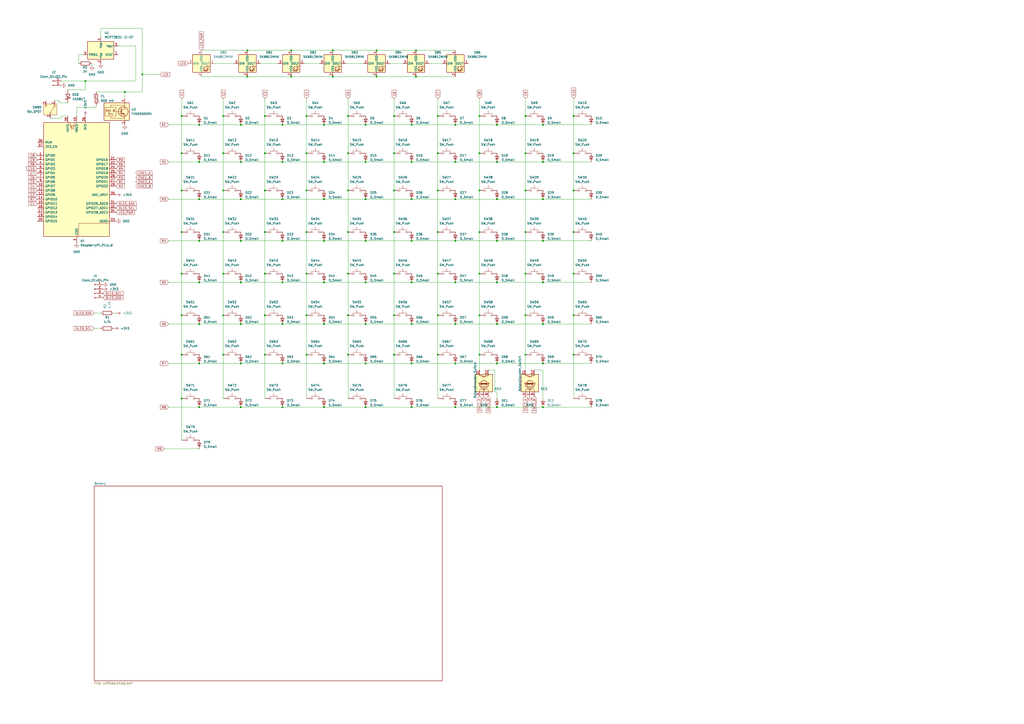
<source format=kicad_sch>
(kicad_sch (version 20250114) (generator "eeschema") (generator_version "9.0")
  (paper "A2")
  (junction (at 332.74 205.74))
  (junction (at 187.96 163.83))
  (junction (at 238.76 236.22))
  (junction (at 129.54 110.49))
  (junction (at 115.57 236.22))
  (junction (at 177.8 110.49))
  (junction (at 187.96 72.39))
  (junction (at 129.54 134.62))
  (junction (at 228.6 182.88))
  (junction (at 163.83 187.96))
  (junction (at 254 110.49))
  (junction (at 278.13 158.75))
  (junction (at 115.57 187.96))
  (junction (at 264.16 236.22))
  (junction (at 304.8 67.31))
  (junction (at 115.57 115.57))
  (junction (at 278.13 134.62))
  (junction (at 314.96 210.82))
  (junction (at 238.76 93.98))
  (junction (at 72.39 53.34))
  (junction (at 288.29 187.96))
  (junction (at 115.57 72.39))
  (junction (at 212.09 163.83))
  (junction (at 254 67.31))
  (junction (at 228.6 88.9))
  (junction (at 153.67 88.9))
  (junction (at 105.41 88.9))
  (junction (at 254 182.88))
  (junction (at 187.96 93.98))
  (junction (at 163.83 236.22))
  (junction (at 153.67 134.62))
  (junction (at 177.8 182.88))
  (junction (at 278.13 205.74))
  (junction (at 139.7 163.83))
  (junction (at 212.09 139.7))
  (junction (at 264.16 72.39))
  (junction (at 187.96 210.82))
  (junction (at 139.7 139.7))
  (junction (at 212.09 115.57))
  (junction (at 153.67 182.88))
  (junction (at 332.74 110.49))
  (junction (at 288.29 210.82))
  (junction (at 153.67 205.74))
  (junction (at 304.8 110.49))
  (junction (at 139.7 93.98))
  (junction (at 264.16 115.57))
  (junction (at 201.93 88.9))
  (junction (at 304.8 134.62))
  (junction (at 264.16 93.98))
  (junction (at 201.93 67.31))
  (junction (at 201.93 110.49))
  (junction (at 129.54 67.31))
  (junction (at 212.09 187.96))
  (junction (at 212.09 93.98))
  (junction (at 163.83 139.7))
  (junction (at 238.76 72.39))
  (junction (at 168.91 29.21))
  (junction (at 288.29 139.7))
  (junction (at 139.7 187.96))
  (junction (at 264.16 163.83))
  (junction (at 143.51 29.21))
  (junction (at 228.6 110.49))
  (junction (at 304.8 88.9))
  (junction (at 238.76 187.96))
  (junction (at 177.8 134.62))
  (junction (at 201.93 205.74))
  (junction (at 153.67 67.31))
  (junction (at 314.96 163.83))
  (junction (at 129.54 205.74))
  (junction (at 314.96 115.57))
  (junction (at 212.09 236.22))
  (junction (at 278.13 182.88))
  (junction (at 177.8 158.75))
  (junction (at 332.74 158.75))
  (junction (at 105.41 67.31))
  (junction (at 163.83 93.98))
  (junction (at 241.3 29.21))
  (junction (at 288.29 93.98))
  (junction (at 193.04 44.45))
  (junction (at 314.96 139.7))
  (junction (at 218.44 29.21))
  (junction (at 168.91 44.45))
  (junction (at 163.83 72.39))
  (junction (at 288.29 163.83))
  (junction (at 129.54 182.88))
  (junction (at 187.96 236.22))
  (junction (at 332.74 67.31))
  (junction (at 314.96 236.22))
  (junction (at 254 134.62))
  (junction (at 264.16 210.82))
  (junction (at 139.7 115.57))
  (junction (at 264.16 139.7))
  (junction (at 238.76 115.57))
  (junction (at 332.74 88.9))
  (junction (at 153.67 158.75))
  (junction (at 212.09 210.82))
  (junction (at 314.96 72.39))
  (junction (at 254 88.9))
  (junction (at 153.67 110.49))
  (junction (at 238.76 210.82))
  (junction (at 105.41 134.62))
  (junction (at 278.13 110.49))
  (junction (at 143.51 44.45))
  (junction (at 218.44 44.45))
  (junction (at 228.6 205.74))
  (junction (at 115.57 163.83))
  (junction (at 228.6 134.62))
  (junction (at 238.76 163.83))
  (junction (at 187.96 187.96))
  (junction (at 177.8 88.9))
  (junction (at 304.8 158.75))
  (junction (at 314.96 187.96))
  (junction (at 241.3 44.45))
  (junction (at 278.13 88.9))
  (junction (at 288.29 72.39))
  (junction (at 139.7 72.39))
  (junction (at 177.8 67.31))
  (junction (at 238.76 139.7))
  (junction (at 304.8 182.88))
  (junction (at 304.8 205.74))
  (junction (at 105.41 231.14))
  (junction (at 264.16 187.96))
  (junction (at 314.96 93.98))
  (junction (at 105.41 182.88))
  (junction (at 163.83 163.83))
  (junction (at 115.57 210.82))
  (junction (at 278.13 67.31))
  (junction (at 254 205.74))
  (junction (at 201.93 182.88))
  (junction (at 193.04 29.21))
  (junction (at 288.29 236.22))
  (junction (at 139.7 210.82))
  (junction (at 212.09 72.39))
  (junction (at 187.96 139.7))
  (junction (at 129.54 158.75))
  (junction (at 105.41 110.49))
  (junction (at 115.57 93.98))
  (junction (at 254 158.75))
  (junction (at 201.93 134.62))
  (junction (at 163.83 210.82))
  (junction (at 332.74 134.62))
  (junction (at 105.41 158.75))
  (junction (at 129.54 88.9))
  (junction (at 288.29 115.57))
  (junction (at 115.57 139.7))
  (junction (at 163.83 115.57))
  (junction (at 82.55 43.18))
  (junction (at 139.7 236.22))
  (junction (at 105.41 205.74))
  (junction (at 49.53 46.99))
  (junction (at 332.74 182.88))
  (junction (at 228.6 158.75))
  (junction (at 187.96 115.57))
  (junction (at 201.93 158.75))
  (junction (at 228.6 67.31))
  (junction (at 177.8 205.74))
  (wire (pts (xy 304.8 205.74) (xy 304.8 214.63)))
  (wire (pts (xy 187.96 187.96) (xy 212.09 187.96)))
  (wire (pts (xy 105.41 67.31) (xy 105.41 88.9)))
  (wire (pts (xy 264.16 187.96) (xy 288.29 187.96)))
  (wire (pts (xy 332.74 158.75) (xy 332.74 182.88)))
  (wire (pts (xy 278.13 158.75) (xy 278.13 182.88)))
  (wire (pts (xy 115.57 72.39) (xy 139.7 72.39)))
  (wire (pts (xy 168.91 29.21) (xy 193.04 29.21)))
  (wire (pts (xy 129.54 67.31) (xy 129.54 88.9)))
  (wire (pts (xy 264.16 139.7) (xy 288.29 139.7)))
  (wire (pts (xy 288.29 210.82) (xy 314.96 210.82)))
  (wire (pts (xy 238.76 93.98) (xy 264.16 93.98)))
  (wire (pts (xy 116.84 44.45) (xy 143.51 44.45)))
  (wire (pts (xy 139.7 139.7) (xy 163.83 139.7)))
  (wire (pts (xy 314.96 214.63) (xy 314.96 231.14)))
  (wire (pts (xy 228.6 205.74) (xy 228.6 231.14)))
  (wire (pts (xy 55.88 53.34) (xy 72.39 53.34)))
  (wire (pts (xy 39.37 52.07) (xy 49.53 52.07)))
  (wire (pts (xy 95.25 260.35) (xy 115.57 260.35)))
  (wire (pts (xy 238.76 139.7) (xy 264.16 139.7)))
  (wire (pts (xy 139.7 115.57) (xy 163.83 115.57)))
  (wire (pts (xy 39.37 59.69) (xy 34.29 59.69)))
  (wire (pts (xy 287.02 227.33) (xy 287.02 214.63)))
  (wire (pts (xy 314.96 210.82) (xy 342.9 210.82)))
  (wire (pts (xy 72.39 53.34) (xy 82.55 53.34)))
  (wire (pts (xy 129.54 110.49) (xy 129.54 134.62)))
  (wire (pts (xy 201.93 134.62) (xy 201.93 158.75)))
  (wire (pts (xy 97.79 93.98) (xy 115.57 93.98)))
  (wire (pts (xy 200.66 36.83) (xy 210.82 36.83)))
  (wire (pts (xy 82.55 16.51) (xy 58.42 16.51)))
  (wire (pts (xy 163.83 93.98) (xy 187.96 93.98)))
  (wire (pts (xy 115.57 210.82) (xy 139.7 210.82)))
  (wire (pts (xy 332.74 57.15) (xy 332.74 67.31)))
  (wire (pts (xy 58.42 190.5) (xy 54.61 190.5)))
  (wire (pts (xy 49.53 46.99) (xy 49.53 52.07)))
  (wire (pts (xy 139.7 93.98) (xy 163.83 93.98)))
  (wire (pts (xy 105.41 134.62) (xy 105.41 158.75)))
  (wire (pts (xy 228.6 182.88) (xy 228.6 205.74)))
  (wire (pts (xy 187.96 139.7) (xy 212.09 139.7)))
  (wire (pts (xy 332.74 110.49) (xy 332.74 134.62)))
  (wire (pts (xy 314.96 72.39) (xy 342.9 72.39)))
  (wire (pts (xy 176.53 36.83) (xy 185.42 36.83)))
  (wire (pts (xy 218.44 29.21) (xy 241.3 29.21)))
  (wire (pts (xy 228.6 57.15) (xy 228.6 67.31)))
  (wire (pts (xy 177.8 158.75) (xy 177.8 182.88)))
  (wire (pts (xy 193.04 44.45) (xy 218.44 44.45)))
  (wire (pts (xy 34.29 58.42) (xy 31.75 58.42)))
  (wire (pts (xy 34.29 59.69) (xy 34.29 58.42)))
  (wire (pts (xy 35.56 46.99) (xy 49.53 46.99)))
  (wire (pts (xy 92.71 43.18) (xy 82.55 43.18)))
  (wire (pts (xy 35.56 67.31) (xy 39.37 67.31)))
  (wire (pts (xy 288.29 227.33) (xy 288.29 231.14)))
  (wire (pts (xy 187.96 72.39) (xy 212.09 72.39)))
  (wire (pts (xy 264.16 72.39) (xy 288.29 72.39)))
  (wire (pts (xy 115.57 236.22) (xy 139.7 236.22)))
  (wire (pts (xy 97.79 187.96) (xy 115.57 187.96)))
  (wire (pts (xy 49.53 46.99) (xy 78.74 46.99)))
  (wire (pts (xy 254 88.9) (xy 254 110.49)))
  (wire (pts (xy 278.13 134.62) (xy 278.13 158.75)))
  (wire (pts (xy 278.13 88.9) (xy 278.13 110.49)))
  (wire (pts (xy 115.57 139.7) (xy 139.7 139.7)))
  (wire (pts (xy 53.34 38.1) (xy 53.34 36.83)))
  (wire (pts (xy 332.74 134.62) (xy 332.74 158.75)))
  (wire (pts (xy 116.84 29.21) (xy 143.51 29.21)))
  (wire (pts (xy 105.41 110.49) (xy 105.41 134.62)))
  (wire (pts (xy 201.93 67.31) (xy 201.93 88.9)))
  (wire (pts (xy 78.74 26.67) (xy 68.58 26.67)))
  (wire (pts (xy 153.67 88.9) (xy 153.67 110.49)))
  (wire (pts (xy 264.16 210.82) (xy 288.29 210.82)))
  (wire (pts (xy 228.6 110.49) (xy 228.6 134.62)))
  (wire (pts (xy 226.06 36.83) (xy 233.68 36.83)))
  (wire (pts (xy 139.7 210.82) (xy 163.83 210.82)))
  (wire (pts (xy 124.46 36.83) (xy 135.89 36.83)))
  (wire (pts (xy 278.13 67.31) (xy 278.13 88.9)))
  (wire (pts (xy 287.02 227.33) (xy 288.29 227.33)))
  (wire (pts (xy 105.41 205.74) (xy 105.41 231.14)))
  (wire (pts (xy 288.29 139.7) (xy 314.96 139.7)))
  (wire (pts (xy 332.74 88.9) (xy 332.74 110.49)))
  (wire (pts (xy 129.54 57.15) (xy 129.54 67.31)))
  (wire (pts (xy 278.13 205.74) (xy 278.13 214.63)))
  (wire (pts (xy 48.26 31.75) (xy 45.72 31.75)))
  (wire (pts (xy 212.09 115.57) (xy 238.76 115.57)))
  (wire (pts (xy 163.83 236.22) (xy 187.96 236.22)))
  (wire (pts (xy 264.16 115.57) (xy 288.29 115.57)))
  (wire (pts (xy 45.72 31.75) (xy 45.72 36.83)))
  (wire (pts (xy 115.57 187.96) (xy 139.7 187.96)))
  (wire (pts (xy 238.76 163.83) (xy 264.16 163.83)))
  (wire (pts (xy 129.54 182.88) (xy 129.54 205.74)))
  (wire (pts (xy 287.02 214.63) (xy 283.21 214.63)))
  (wire (pts (xy 254 57.15) (xy 254 67.31)))
  (wire (pts (xy 238.76 210.82) (xy 264.16 210.82)))
  (wire (pts (xy 97.79 210.82) (xy 115.57 210.82)))
  (wire (pts (xy 153.67 158.75) (xy 153.67 182.88)))
  (wire (pts (xy 187.96 115.57) (xy 212.09 115.57)))
  (wire (pts (xy 254 110.49) (xy 254 134.62)))
  (wire (pts (xy 228.6 67.31) (xy 228.6 88.9)))
  (wire (pts (xy 129.54 134.62) (xy 129.54 158.75)))
  (wire (pts (xy 35.56 68.58) (xy 35.56 67.31)))
  (wire (pts (xy 105.41 231.14) (xy 105.41 255.27)))
  (wire (pts (xy 105.41 158.75) (xy 105.41 182.88)))
  (wire (pts (xy 44.45 62.23) (xy 55.88 62.23)))
  (wire (pts (xy 314.96 163.83) (xy 342.9 163.83)))
  (wire (pts (xy 304.8 134.62) (xy 304.8 158.75)))
  (wire (pts (xy 139.7 236.22) (xy 163.83 236.22)))
  (wire (pts (xy 332.74 205.74) (xy 332.74 231.14)))
  (wire (pts (xy 97.79 115.57) (xy 115.57 115.57)))
  (wire (pts (xy 278.13 57.15) (xy 278.13 67.31)))
  (wire (pts (xy 314.96 139.7) (xy 342.9 139.7)))
  (wire (pts (xy 115.57 163.83) (xy 139.7 163.83)))
  (wire (pts (xy 201.93 205.74) (xy 201.93 231.14)))
  (wire (pts (xy 177.8 88.9) (xy 177.8 110.49)))
  (wire (pts (xy 201.93 57.15) (xy 201.93 67.31)))
  (wire (pts (xy 97.79 163.83) (xy 115.57 163.83)))
  (wire (pts (xy 115.57 115.57) (xy 139.7 115.57)))
  (wire (pts (xy 163.83 163.83) (xy 187.96 163.83)))
  (wire (pts (xy 212.09 236.22) (xy 238.76 236.22)))
  (wire (pts (xy 82.55 43.18) (xy 82.55 53.34)))
  (wire (pts (xy 218.44 44.45) (xy 241.3 44.45)))
  (wire (pts (xy 309.88 214.63) (xy 314.96 214.63)))
  (wire (pts (xy 153.67 57.15) (xy 153.67 67.31)))
  (wire (pts (xy 241.3 29.21) (xy 264.16 29.21)))
  (wire (pts (xy 143.51 44.45) (xy 168.91 44.45)))
  (wire (pts (xy 105.41 182.88) (xy 105.41 205.74)))
  (wire (pts (xy 151.13 36.83) (xy 161.29 36.83)))
  (wire (pts (xy 72.39 53.34) (xy 72.39 57.15)))
  (wire (pts (xy 163.83 72.39) (xy 187.96 72.39)))
  (wire (pts (xy 228.6 134.62) (xy 228.6 158.75)))
  (wire (pts (xy 97.79 236.22) (xy 115.57 236.22)))
  (wire (pts (xy 163.83 139.7) (xy 187.96 139.7)))
  (wire (pts (xy 153.67 134.62) (xy 153.67 158.75)))
  (wire (pts (xy 129.54 205.74) (xy 129.54 231.14)))
  (wire (pts (xy 241.3 44.45) (xy 264.16 44.45)))
  (wire (pts (xy 288.29 115.57) (xy 314.96 115.57)))
  (wire (pts (xy 82.55 16.51) (xy 82.55 43.18)))
  (wire (pts (xy 254 67.31) (xy 254 88.9)))
  (wire (pts (xy 67.31 181.61) (xy 66.04 181.61)))
  (wire (pts (xy 177.8 205.74) (xy 177.8 231.14)))
  (wire (pts (xy 238.76 72.39) (xy 264.16 72.39)))
  (wire (pts (xy 201.93 110.49) (xy 201.93 134.62)))
  (wire (pts (xy 288.29 72.39) (xy 314.96 72.39)))
  (wire (pts (xy 187.96 236.22) (xy 212.09 236.22)))
  (wire (pts (xy 201.93 88.9) (xy 201.93 110.49)))
  (wire (pts (xy 143.51 29.21) (xy 168.91 29.21)))
  (wire (pts (xy 153.67 110.49) (xy 153.67 134.62)))
  (wire (pts (xy 212.09 163.83) (xy 238.76 163.83)))
  (wire (pts (xy 212.09 72.39) (xy 238.76 72.39)))
  (wire (pts (xy 288.29 236.22) (xy 314.96 236.22)))
  (wire (pts (xy 168.91 44.45) (xy 193.04 44.45)))
  (wire (pts (xy 288.29 187.96) (xy 314.96 187.96)))
  (wire (pts (xy 44.45 67.31) (xy 44.45 62.23)))
  (wire (pts (xy 201.93 158.75) (xy 201.93 182.88)))
  (wire (pts (xy 55.88 62.23) (xy 55.88 60.96)))
  (wire (pts (xy 212.09 93.98) (xy 238.76 93.98)))
  (wire (pts (xy 139.7 163.83) (xy 163.83 163.83)))
  (wire (pts (xy 163.83 210.82) (xy 187.96 210.82)))
  (wire (pts (xy 177.8 134.62) (xy 177.8 158.75)))
  (wire (pts (xy 105.41 88.9) (xy 105.41 110.49)))
  (wire (pts (xy 129.54 158.75) (xy 129.54 182.88)))
  (wire (pts (xy 105.41 57.15) (xy 105.41 67.31)))
  (wire (pts (xy 187.96 210.82) (xy 212.09 210.82)))
  (wire (pts (xy 177.8 57.15) (xy 177.8 67.31)))
  (wire (pts (xy 177.8 110.49) (xy 177.8 134.62)))
  (wire (pts (xy 193.04 29.21) (xy 218.44 29.21)))
  (wire (pts (xy 238.76 187.96) (xy 264.16 187.96)))
  (wire (pts (xy 228.6 158.75) (xy 228.6 182.88)))
  (wire (pts (xy 254 134.62) (xy 254 158.75)))
  (wire (pts (xy 278.13 110.49) (xy 278.13 134.62)))
  (wire (pts (xy 153.67 182.88) (xy 153.67 205.74)))
  (wire (pts (xy 304.8 158.75) (xy 304.8 182.88)))
  (wire (pts (xy 115.57 93.98) (xy 139.7 93.98)))
  (wire (pts (xy 58.42 16.51) (xy 58.42 21.59)))
  (wire (pts (xy 238.76 115.57) (xy 264.16 115.57)))
  (wire (pts (xy 254 205.74) (xy 254 231.14)))
  (wire (pts (xy 212.09 210.82) (xy 238.76 210.82)))
  (wire (pts (xy 288.29 93.98) (xy 314.96 93.98)))
  (wire (pts (xy 248.92 36.83) (xy 256.54 36.83)))
  (wire (pts (xy 264.16 93.98) (xy 288.29 93.98)))
  (wire (pts (xy 163.83 115.57) (xy 187.96 115.57)))
  (wire (pts (xy 29.21 68.58) (xy 35.56 68.58)))
  (wire (pts (xy 212.09 139.7) (xy 238.76 139.7)))
  (wire (pts (xy 332.74 182.88) (xy 332.74 205.74)))
  (wire (pts (xy 153.67 205.74) (xy 153.67 231.14)))
  (wire (pts (xy 163.83 187.96) (xy 187.96 187.96)))
  (wire (pts (xy 304.8 67.31) (xy 304.8 88.9)))
  (wire (pts (xy 97.79 72.39) (xy 115.57 72.39)))
  (wire (pts (xy 78.74 46.99) (xy 78.74 26.67)))
  (wire (pts (xy 97.79 139.7) (xy 115.57 139.7)))
  (wire (pts (xy 332.74 67.31) (xy 332.74 88.9)))
  (wire (pts (xy 314.96 187.96) (xy 342.9 187.96)))
  (wire (pts (xy 314.96 93.98) (xy 342.9 93.98)))
  (wire (pts (xy 304.8 182.88) (xy 304.8 205.74)))
  (wire (pts (xy 129.54 88.9) (xy 129.54 110.49)))
  (wire (pts (xy 304.8 110.49) (xy 304.8 134.62)))
  (wire (pts (xy 304.8 57.15) (xy 304.8 67.31)))
  (wire (pts (xy 254 158.75) (xy 254 182.88)))
  (wire (pts (xy 314.96 236.22) (xy 342.9 236.22)))
  (wire (pts (xy 187.96 93.98) (xy 212.09 93.98)))
  (wire (pts (xy 264.16 236.22) (xy 288.29 236.22)))
  (wire (pts (xy 139.7 187.96) (xy 163.83 187.96)))
  (wire (pts (xy 153.67 67.31) (xy 153.67 88.9)))
  (wire (pts (xy 58.42 181.61) (xy 54.61 181.61)))
  (wire (pts (xy 177.8 67.31) (xy 177.8 88.9)))
  (wire (pts (xy 254 182.88) (xy 254 205.74)))
  (wire (pts (xy 187.96 163.83) (xy 212.09 163.83)))
  (wire (pts (xy 177.8 182.88) (xy 177.8 205.74)))
  (wire (pts (xy 314.96 115.57) (xy 342.9 115.57)))
  (wire (pts (xy 304.8 88.9) (xy 304.8 110.49)))
  (wire (pts (xy 288.29 163.83) (xy 314.96 163.83)))
  (wire (pts (xy 278.13 182.88) (xy 278.13 205.74)))
  (wire (pts (xy 212.09 187.96) (xy 238.76 187.96)))
  (wire (pts (xy 201.93 182.88) (xy 201.93 205.74)))
  (wire (pts (xy 238.76 236.22) (xy 264.16 236.22)))
  (wire (pts (xy 264.16 163.83) (xy 288.29 163.83)))
  (wire (pts (xy 139.7 72.39) (xy 163.83 72.39)))
  (wire (pts (xy 228.6 88.9) (xy 228.6 110.49)))
  (global_label "C6" (shape input) (at 228.6 57.15 90) (property "Intersheetrefs" "${INTERSHEET_REFS}" (effects (hide yes))))
  (global_label "C7" (shape input) (at 254 57.15 90) (property "Intersheetrefs" "${INTERSHEET_REFS}" (effects (hide yes))))
  (global_label "R1" (shape input) (at 67.31 105.41 0) (property "Intersheetrefs" "${INTERSHEET_REFS}" (effects (hide yes))))
  (global_label "C8" (shape input) (at 21.59 90.17 180) (property "Intersheetrefs" "${INTERSHEET_REFS}" (effects (hide yes))))
  (global_label "LED_PWR" (shape input) (at 116.84 29.21 90) (property "Intersheetrefs" "${INTERSHEET_REFS}" (effects (hide yes))))
  (global_label "C4" (shape input) (at 21.59 107.95 180) (property "Intersheetrefs" "${INTERSHEET_REFS}" (effects (hide yes))))
  (global_label "LED" (shape input) (at 92.71 43.18 0) (property "Intersheetrefs" "${INTERSHEET_REFS}" (effects (hide yes))))
  (global_label "ENC1_A" (shape input) (at 78.74 100.33 0) (property "Intersheetrefs" "${INTERSHEET_REFS}" (effects (hide yes))))
  (global_label "OLED_SCL" (shape input) (at 59.69 170.18 0) (property "Intersheetrefs" "${INTERSHEET_REFS}" (effects (hide yes))))
  (global_label "C10" (shape input) (at 21.59 97.79 180) (property "Intersheetrefs" "${INTERSHEET_REFS}" (effects (hide yes))))
  (global_label "R3" (shape input) (at 97.79 115.57 180) (property "Intersheetrefs" "${INTERSHEET_REFS}" (effects (hide yes))))
  (global_label "OLED_SCL" (shape input) (at 54.61 190.5 180) (property "Intersheetrefs" "${INTERSHEET_REFS}" (effects (hide yes))))
  (global_label "OLED_SDA" (shape input) (at 59.69 172.72 0) (property "Intersheetrefs" "${INTERSHEET_REFS}" (effects (hide yes))))
  (global_label "C9" (shape input) (at 21.59 92.71 180) (property "Intersheetrefs" "${INTERSHEET_REFS}" (effects (hide yes))))
  (global_label "R2" (shape input) (at 97.79 93.98 180) (property "Intersheetrefs" "${INTERSHEET_REFS}" (effects (hide yes))))
  (global_label "C1" (shape input) (at 105.41 57.15 90) (property "Intersheetrefs" "${INTERSHEET_REFS}" (effects (hide yes))))
  (global_label "R4" (shape input) (at 67.31 100.33 0) (property "Intersheetrefs" "${INTERSHEET_REFS}" (effects (hide yes))))
  (global_label "C2" (shape input) (at 129.54 57.15 90) (property "Intersheetrefs" "${INTERSHEET_REFS}" (effects (hide yes))))
  (global_label "LED_PWR" (shape input) (at 67.31 123.19 0) (property "Intersheetrefs" "${INTERSHEET_REFS}" (effects (hide yes))))
  (global_label "LED" (shape input) (at 109.22 36.83 180) (property "Intersheetrefs" "${INTERSHEET_REFS}" (effects (hide yes))))
  (global_label "C8" (shape input) (at 278.13 57.15 90) (property "Intersheetrefs" "${INTERSHEET_REFS}" (effects (hide yes))))
  (global_label "R2" (shape input) (at 67.31 107.95 0) (property "Intersheetrefs" "${INTERSHEET_REFS}" (effects (hide yes))))
  (global_label "C5" (shape input) (at 21.59 105.41 180) (property "Intersheetrefs" "${INTERSHEET_REFS}" (effects (hide yes))))
  (global_label "C7" (shape input) (at 21.59 100.33 180) (property "Intersheetrefs" "${INTERSHEET_REFS}" (effects (hide yes))))
  (global_label "R7" (shape input) (at 21.59 115.57 180) (property "Intersheetrefs" "${INTERSHEET_REFS}" (effects (hide yes))))
  (global_label "R4" (shape input) (at 97.79 139.7 180) (property "Intersheetrefs" "${INTERSHEET_REFS}" (effects (hide yes))))
  (global_label "C9" (shape input) (at 304.8 57.15 90) (property "Intersheetrefs" "${INTERSHEET_REFS}" (effects (hide yes))))
  (global_label "R8" (shape input) (at 97.79 236.22 180) (property "Intersheetrefs" "${INTERSHEET_REFS}" (effects (hide yes))))
  (global_label "ENC2_B" (shape input) (at 78.74 107.95 0) (property "Intersheetrefs" "${INTERSHEET_REFS}" (effects (hide yes))))
  (global_label "C3" (shape input) (at 21.59 110.49 180) (property "Intersheetrefs" "${INTERSHEET_REFS}" (effects (hide yes))))
  (global_label "R6" (shape input) (at 67.31 95.25 0) (property "Intersheetrefs" "${INTERSHEET_REFS}" (effects (hide yes))))
  (global_label "R1" (shape input) (at 97.79 72.39 180) (property "Intersheetrefs" "${INTERSHEET_REFS}" (effects (hide yes))))
  (global_label "R8" (shape input) (at 21.59 95.25 180) (property "Intersheetrefs" "${INTERSHEET_REFS}" (effects (hide yes))))
  (global_label "R5" (shape input) (at 97.79 163.83 180) (property "Intersheetrefs" "${INTERSHEET_REFS}" (effects (hide yes))))
  (global_label "R9" (shape input) (at 67.31 92.71 0) (property "Intersheetrefs" "${INTERSHEET_REFS}" (effects (hide yes))))
  (global_label "ENC1_B" (shape input) (at 283.21 229.87 270) (property "Intersheetrefs" "${INTERSHEET_REFS}" (effects (hide yes))))
  (global_label "R6" (shape input) (at 97.79 187.96 180) (property "Intersheetrefs" "${INTERSHEET_REFS}" (effects (hide yes))))
  (global_label "ENC1_A" (shape input) (at 278.13 229.87 270) (property "Intersheetrefs" "${INTERSHEET_REFS}" (effects (hide yes))))
  (global_label "R9" (shape input) (at 95.25 260.35 180) (property "Intersheetrefs" "${INTERSHEET_REFS}" (effects (hide yes))))
  (global_label "ENC2_A" (shape input) (at 78.74 105.41 0) (property "Intersheetrefs" "${INTERSHEET_REFS}" (effects (hide yes))))
  (global_label "C5" (shape input) (at 201.93 57.15 90) (property "Intersheetrefs" "${INTERSHEET_REFS}" (effects (hide yes))))
  (global_label "OLED_SDA" (shape input) (at 67.31 118.11 0) (property "Intersheetrefs" "${INTERSHEET_REFS}" (effects (hide yes))))
  (global_label "ENC1_B" (shape input) (at 78.74 102.87 0) (property "Intersheetrefs" "${INTERSHEET_REFS}" (effects (hide yes))))
  (global_label "C10" (shape input) (at 332.74 57.15 90) (property "Intersheetrefs" "${INTERSHEET_REFS}" (effects (hide yes))))
  (global_label "C4" (shape input) (at 177.8 57.15 90) (property "Intersheetrefs" "${INTERSHEET_REFS}" (effects (hide yes))))
  (global_label "R7" (shape input) (at 97.79 210.82 180) (property "Intersheetrefs" "${INTERSHEET_REFS}" (effects (hide yes))))
  (global_label "C6" (shape input) (at 21.59 102.87 180) (property "Intersheetrefs" "${INTERSHEET_REFS}" (effects (hide yes))))
  (global_label "ENC2_A" (shape input) (at 304.8 229.87 270) (property "Intersheetrefs" "${INTERSHEET_REFS}" (effects (hide yes))))
  (global_label "C1" (shape input) (at 21.59 118.11 180) (property "Intersheetrefs" "${INTERSHEET_REFS}" (effects (hide yes))))
  (global_label "C2" (shape input) (at 21.59 113.03 180) (property "Intersheetrefs" "${INTERSHEET_REFS}" (effects (hide yes))))
  (global_label "R3" (shape input) (at 67.31 102.87 0) (property "Intersheetrefs" "${INTERSHEET_REFS}" (effects (hide yes))))
  (global_label "OLED_SDA" (shape input) (at 54.61 181.61 180) (property "Intersheetrefs" "${INTERSHEET_REFS}" (effects (hide yes))))
  (global_label "OLED_SCL" (shape input) (at 67.31 120.65 0) (property "Intersheetrefs" "${INTERSHEET_REFS}" (effects (hide yes))))
  (global_label "C3" (shape input) (at 153.67 57.15 90) (property "Intersheetrefs" "${INTERSHEET_REFS}" (effects (hide yes))))
  (global_label "ENC2_B" (shape input) (at 309.88 229.87 270) (property "Intersheetrefs" "${INTERSHEET_REFS}" (effects (hide yes))))
  (global_label "R5" (shape input) (at 67.31 97.79 0) (property "Intersheetrefs" "${INTERSHEET_REFS}" (effects (hide yes))))
  (symbol (lib_id "Switch:SW_Push") (at 110.49 231.14 0) (unit 1)
    (property "Reference" "SW71" (at 110.49 223.52 0))
    (property "Value" "SW_Push" (at 110.49 226.06 0))
    (property "Footprint" "Button_Switch_Keyboard:SW_Cherry_MX_1.00u_PCB" (effects (hide yes)))
    (property "Description" "Push button switch, generic, two pins" (effects (hide yes)))
  )
  (symbol (lib_id "Device:D_Small") (at 314.96 233.68 90) (unit 1)
    (property "Reference" "DE2" (at 317.5 232.4099 90) (effects (justify right)))
    (property "Value" "D_Small" (at 317.5 234.9499 90) (effects (justify right)))
    (property "Footprint" "Diode_SMD:D_SOD-123" (effects (hide yes)))
    (property "Description" "Diode, small symbol" (effects (hide yes)))
    (property "Sim.Device" "D" (effects (hide yes)))
    (property "Sim.Pins" "1=K 2=A" (effects (hide yes)))
  )
  (symbol (lib_id "Switch:SW_Push") (at 337.82 231.14 0) (unit 1)
    (property "Reference" "SW78" (at 337.82 223.52 0))
    (property "Value" "SW_Push" (at 337.82 226.06 0))
    (property "Footprint" "Button_Switch_Keyboard:SW_Cherry_MX_1.00u_PCB" (effects (hide yes)))
    (property "Description" "Push button switch, generic, two pins" (effects (hide yes)))
  )
  (symbol (lib_id "Switch:SW_Push") (at 283.21 182.88 0) (unit 1)
    (property "Reference" "SW58" (at 283.21 175.26 0))
    (property "Value" "SW_Push" (at 283.21 177.8 0))
    (property "Footprint" "Button_Switch_Keyboard:SW_Cherry_MX_1.00u_PCB" (effects (hide yes)))
    (property "Description" "Push button switch, generic, two pins" (effects (hide yes)))
  )
  (symbol (lib_id "Device:D_Small") (at 212.09 69.85 90) (unit 1)
    (property "Reference" "D5" (at 214.63 68.5799 90) (effects (justify right)))
    (property "Value" "D_Small" (at 214.63 71.1199 90) (effects (justify right)))
    (property "Footprint" "Diode_SMD:D_SOD-123" (effects (hide yes)))
    (property "Description" "Diode, small symbol" (effects (hide yes)))
    (property "Sim.Device" "D" (effects (hide yes)))
    (property "Sim.Pins" "1=K 2=A" (effects (hide yes)))
  )
  (symbol (lib_id "Device:D_Small") (at 212.09 137.16 90) (unit 1)
    (property "Reference" "D35" (at 214.63 135.8899 90) (effects (justify right)))
    (property "Value" "D_Small" (at 214.63 138.4299 90) (effects (justify right)))
    (property "Footprint" "Diode_SMD:D_SOD-123" (effects (hide yes)))
    (property "Description" "Diode, small symbol" (effects (hide yes)))
    (property "Sim.Device" "D" (effects (hide yes)))
    (property "Sim.Pins" "1=K 2=A" (effects (hide yes)))
  )
  (symbol (lib_id "Switch:SW_Push") (at 337.82 134.62 0) (unit 1)
    (property "Reference" "SW40" (at 337.82 127 0))
    (property "Value" "SW_Push" (at 337.82 129.54 0))
    (property "Footprint" "Button_Switch_Keyboard:SW_Cherry_MX_1.00u_PCB" (effects (hide yes)))
    (property "Description" "Push button switch, generic, two pins" (effects (hide yes)))
  )
  (symbol (lib_id "Device:D_Small") (at 238.76 233.68 90) (unit 1)
    (property "Reference" "D76" (at 241.3 232.4099 90) (effects (justify right)))
    (property "Value" "D_Small" (at 241.3 234.9499 90) (effects (justify right)))
    (property "Footprint" "Diode_SMD:D_SOD-123" (effects (hide yes)))
    (property "Description" "Diode, small symbol" (effects (hide yes)))
    (property "Sim.Device" "D" (effects (hide yes)))
    (property "Sim.Pins" "1=K 2=A" (effects (hide yes)))
  )
  (symbol (lib_id "Switch:SW_Push") (at 207.01 134.62 0) (unit 1)
    (property "Reference" "SW35" (at 207.01 127 0))
    (property "Value" "SW_Push" (at 207.01 129.54 0))
    (property "Footprint" "Button_Switch_Keyboard:SW_Cherry_MX_1.00u_PCB" (effects (hide yes)))
    (property "Description" "Push button switch, generic, two pins" (effects (hide yes)))
  )
  (symbol (lib_id "power:GND") (at 307.34 229.87 0) (unit 1)
    (property "Reference" "#PWR02" (effects (hide yes)))
    (property "Value" "GND" (at 307.34 234.95 0))
    (property "Description" "Power symbol creates a global label with name \"GND\" , ground" (effects (hide yes)))
  )
  (symbol (lib_id "power:+3V3") (at 59.69 167.64 270) (unit 1)
    (property "Reference" "#PWR07" (effects (hide yes)))
    (property "Value" "+3V3" (at 63.5 167.6399 90) (effects (justify left)))
    (property "Description" "Power symbol creates a global label with name \"+3V3\"" (effects (hide yes)))
  )
  (symbol (lib_id "Switch:SW_Push") (at 207.01 110.49 0) (unit 1)
    (property "Reference" "SW25" (at 207.01 102.87 0))
    (property "Value" "SW_Push" (at 207.01 105.41 0))
    (property "Footprint" "Button_Switch_Keyboard:SW_Cherry_MX_1.00u_PCB" (effects (hide yes)))
    (property "Description" "Push button switch, generic, two pins" (effects (hide yes)))
  )
  (symbol (lib_id "Device:D_Small") (at 264.16 161.29 90) (unit 1)
    (property "Reference" "D47" (at 266.7 160.0199 90) (effects (justify right)))
    (property "Value" "D_Small" (at 266.7 162.5599 90) (effects (justify right)))
    (property "Footprint" "Diode_SMD:D_SOD-123" (effects (hide yes)))
    (property "Description" "Diode, small symbol" (effects (hide yes)))
    (property "Sim.Device" "D" (effects (hide yes)))
    (property "Sim.Pins" "1=K 2=A" (effects (hide yes)))
  )
  (symbol (lib_id "Device:D_Small") (at 187.96 137.16 90) (unit 1)
    (property "Reference" "D34" (at 190.5 135.8899 90) (effects (justify right)))
    (property "Value" "D_Small" (at 190.5 138.4299 90) (effects (justify right)))
    (property "Footprint" "Diode_SMD:D_SOD-123" (effects (hide yes)))
    (property "Description" "Diode, small symbol" (effects (hide yes)))
    (property "Sim.Device" "D" (effects (hide yes)))
    (property "Sim.Pins" "1=K 2=A" (effects (hide yes)))
  )
  (symbol (lib_id "Device:D_Small") (at 115.57 69.85 90) (unit 1)
    (property "Reference" "D1" (at 118.11 68.5799 90) (effects (justify right)))
    (property "Value" "D_Small" (at 118.11 71.1199 90) (effects (justify right)))
    (property "Footprint" "Diode_SMD:D_SOD-123" (effects (hide yes)))
    (property "Description" "Diode, small symbol" (effects (hide yes)))
    (property "Sim.Device" "D" (effects (hide yes)))
    (property "Sim.Pins" "1=K 2=A" (effects (hide yes)))
  )
  (symbol (lib_id "Device:D_Small") (at 115.57 233.68 90) (unit 1)
    (property "Reference" "D71" (at 118.11 232.4099 90) (effects (justify right)))
    (property "Value" "D_Small" (at 118.11 234.9499 90) (effects (justify right)))
    (property "Footprint" "Diode_SMD:D_SOD-123" (effects (hide yes)))
    (property "Description" "Diode, small symbol" (effects (hide yes)))
    (property "Sim.Device" "D" (effects (hide yes)))
    (property "Sim.Pins" "1=K 2=A" (effects (hide yes)))
  )
  (symbol (lib_id "Device:D_Small") (at 264.16 69.85 90) (unit 1)
    (property "Reference" "D7" (at 266.7 68.5799 90) (effects (justify right)))
    (property "Value" "D_Small" (at 266.7 71.1199 90) (effects (justify right)))
    (property "Footprint" "Diode_SMD:D_SOD-123" (effects (hide yes)))
    (property "Description" "Diode, small symbol" (effects (hide yes)))
    (property "Sim.Device" "D" (effects (hide yes)))
    (property "Sim.Pins" "1=K 2=A" (effects (hide yes)))
  )
  (symbol (lib_id "power:+3V3") (at 67.31 181.61 270) (unit 1)
    (property "Reference" "#PWR05" (effects (hide yes)))
    (property "Value" "+3V3" (at 71.12 181.6099 90) (effects (justify left)))
    (property "Description" "Power symbol creates a global label with name \"+3V3\"" (effects (hide yes)))
  )
  (symbol (lib_id "Device:D_Small") (at 115.57 208.28 90) (unit 1)
    (property "Reference" "D61" (at 118.11 207.0099 90) (effects (justify right)))
    (property "Value" "D_Small" (at 118.11 209.5499 90) (effects (justify right)))
    (property "Footprint" "Diode_SMD:D_SOD-123" (effects (hide yes)))
    (property "Description" "Diode, small symbol" (effects (hide yes)))
    (property "Sim.Device" "D" (effects (hide yes)))
    (property "Sim.Pins" "1=K 2=A" (effects (hide yes)))
  )
  (symbol (lib_id "Device:D_Small") (at 163.83 69.85 90) (unit 1)
    (property "Reference" "D3" (at 166.37 68.5799 90) (effects (justify right)))
    (property "Value" "D_Small" (at 166.37 71.1199 90) (effects (justify right)))
    (property "Footprint" "Diode_SMD:D_SOD-123" (effects (hide yes)))
    (property "Description" "Diode, small symbol" (effects (hide yes)))
    (property "Sim.Device" "D" (effects (hide yes)))
    (property "Sim.Pins" "1=K 2=A" (effects (hide yes)))
  )
  (symbol (lib_id "power:GND") (at 53.34 38.1 0) (unit 1)
    (property "Reference" "#PWR012" (effects (hide yes)))
    (property "Value" "GND" (at 53.34 43.18 0))
    (property "Description" "Power symbol creates a global label with name \"GND\" , ground" (effects (hide yes)))
  )
  (symbol (lib_id "Switch:SW_Push") (at 259.08 110.49 0) (unit 1)
    (property "Reference" "SW27" (at 259.08 102.87 0))
    (property "Value" "SW_Push" (at 259.08 105.41 0))
    (property "Footprint" "Button_Switch_Keyboard:SW_Cherry_MX_1.00u_PCB" (effects (hide yes)))
    (property "Description" "Push button switch, generic, two pins" (effects (hide yes)))
  )
  (symbol (lib_id "Switch:SW_Push") (at 233.68 231.14 0) (unit 1)
    (property "Reference" "SW76" (at 233.68 223.52 0))
    (property "Value" "SW_Push" (at 233.68 226.06 0))
    (property "Footprint" "Button_Switch_Keyboard:SW_Cherry_MX_1.00u_PCB" (effects (hide yes)))
    (property "Description" "Push button switch, generic, two pins" (effects (hide yes)))
  )
  (symbol (lib_id "power:+3V3") (at 66.04 190.5 270) (unit 1)
    (property "Reference" "#PWR06" (effects (hide yes)))
    (property "Value" "+3V3" (at 69.85 190.4999 90) (effects (justify left)))
    (property "Description" "Power symbol creates a global label with name \"+3V3\"" (effects (hide yes)))
  )
  (symbol (lib_id "Device:D_Small") (at 288.29 137.16 90) (unit 1)
    (property "Reference" "D38" (at 290.83 135.8899 90) (effects (justify right)))
    (property "Value" "D_Small" (at 290.83 138.4299 90) (effects (justify right)))
    (property "Footprint" "Diode_SMD:D_SOD-123" (effects (hide yes)))
    (property "Description" "Diode, small symbol" (effects (hide yes)))
    (property "Sim.Device" "D" (effects (hide yes)))
    (property "Sim.Pins" "1=K 2=A" (effects (hide yes)))
  )
  (symbol (lib_id "Device:D_Small") (at 264.16 113.03 90) (unit 1)
    (property "Reference" "D27" (at 266.7 111.7599 90) (effects (justify right)))
    (property "Value" "D_Small" (at 266.7 114.2999 90) (effects (justify right)))
    (property "Footprint" "Diode_SMD:D_SOD-123" (effects (hide yes)))
    (property "Description" "Diode, small symbol" (effects (hide yes)))
    (property "Sim.Device" "D" (effects (hide yes)))
    (property "Sim.Pins" "1=K 2=A" (effects (hide yes)))
  )
  (symbol (lib_id "LED:SK6812MINI") (at 143.51 36.83 0) (unit 1)
    (property "Reference" "D81" (at 156.21 30.4098 0))
    (property "Value" "SK6812MINI" (at 156.21 32.9498 0))
    (property "Footprint" "LED_SMD:LED_SK6812MINI_PLCC4_3.5x3.5mm_P1.75mm" (effects (hide yes)))
    (property "Datasheet" "https://cdn-shop.adafruit.com/product-files/2686/SK6812MINI_REV.01-1-2.pdf" (effects (hide yes)))
    (property "Description" "RGB LED with integrated controller" (effects (hide yes)))
  )
  (symbol (lib_id "Switch:SW_Push") (at 337.82 158.75 0) (unit 1)
    (property "Reference" "SW50" (at 337.82 151.13 0))
    (property "Value" "SW_Push" (at 337.82 153.67 0))
    (property "Footprint" "Button_Switch_Keyboard:SW_Cherry_MX_1.00u_PCB" (effects (hide yes)))
    (property "Description" "Push button switch, generic, two pins" (effects (hide yes)))
  )
  (symbol (lib_id "Device:D_Small") (at 187.96 185.42 90) (unit 1)
    (property "Reference" "D54" (at 190.5 184.1499 90) (effects (justify right)))
    (property "Value" "D_Small" (at 190.5 186.6899 90) (effects (justify right)))
    (property "Footprint" "Diode_SMD:D_SOD-123" (effects (hide yes)))
    (property "Description" "Diode, small symbol" (effects (hide yes)))
    (property "Sim.Device" "D" (effects (hide yes)))
    (property "Sim.Pins" "1=K 2=A" (effects (hide yes)))
  )
  (symbol (lib_id "Device:D_Small") (at 163.83 113.03 90) (unit 1)
    (property "Reference" "D23" (at 166.37 111.7599 90) (effects (justify right)))
    (property "Value" "D_Small" (at 166.37 114.2999 90) (effects (justify right)))
    (property "Footprint" "Diode_SMD:D_SOD-123" (effects (hide yes)))
    (property "Description" "Diode, small symbol" (effects (hide yes)))
    (property "Sim.Device" "D" (effects (hide yes)))
    (property "Sim.Pins" "1=K 2=A" (effects (hide yes)))
  )
  (symbol (lib_id "Device:D_Small") (at 342.9 91.44 90) (unit 1)
    (property "Reference" "D20" (at 345.44 90.1699 90) (effects (justify right)))
    (property "Value" "D_Small" (at 345.44 92.7099 90) (effects (justify right)))
    (property "Footprint" "Diode_SMD:D_SOD-123" (effects (hide yes)))
    (property "Description" "Diode, small symbol" (effects (hide yes)))
    (property "Sim.Device" "D" (effects (hide yes)))
    (property "Sim.Pins" "1=K 2=A" (effects (hide yes)))
  )
  (symbol (lib_id "Switch:SW_Push") (at 337.82 182.88 0) (unit 1)
    (property "Reference" "SW60" (at 337.82 175.26 0))
    (property "Value" "SW_Push" (at 337.82 177.8 0))
    (property "Footprint" "Button_Switch_Keyboard:SW_Cherry_MX_1.00u_PCB" (effects (hide yes)))
    (property "Description" "Push button switch, generic, two pins" (effects (hide yes)))
  )
  (symbol (lib_id "Switch:SW_Push") (at 134.62 158.75 0) (unit 1)
    (property "Reference" "SW42" (at 134.62 151.13 0))
    (property "Value" "SW_Push" (at 134.62 153.67 0))
    (property "Footprint" "Button_Switch_Keyboard:SW_Cherry_MX_1.00u_PCB" (effects (hide yes)))
    (property "Description" "Push button switch, generic, two pins" (effects (hide yes)))
  )
  (symbol (lib_id "Device:D_Small") (at 342.9 233.68 90) (unit 1)
    (property "Reference" "D78" (at 345.44 232.4099 90) (effects (justify right)))
    (property "Value" "D_Small" (at 345.44 234.9499 90) (effects (justify right)))
    (property "Footprint" "Diode_SMD:D_SOD-123" (effects (hide yes)))
    (property "Description" "Diode, small symbol" (effects (hide yes)))
    (property "Sim.Device" "D" (effects (hide yes)))
    (property "Sim.Pins" "1=K 2=A" (effects (hide yes)))
  )
  (symbol (lib_id "Switch:SW_Push") (at 110.49 88.9 0) (unit 1)
    (property "Reference" "SW11" (at 110.49 81.28 0))
    (property "Value" "SW_Push" (at 110.49 83.82 0))
    (property "Footprint" "Button_Switch_Keyboard:SW_Cherry_MX_1.00u_PCB" (effects (hide yes)))
    (property "Description" "Push button switch, generic, two pins" (effects (hide yes)))
  )
  (symbol (lib_id "Switch:SW_Push") (at 337.82 110.49 0) (unit 1)
    (property "Reference" "SW30" (at 337.82 102.87 0))
    (property "Value" "SW_Push" (at 337.82 105.41 0))
    (property "Footprint" "Button_Switch_Keyboard:SW_Cherry_MX_1.00u_PCB" (effects (hide yes)))
    (property "Description" "Push button switch, generic, two pins" (effects (hide yes)))
  )
  (symbol (lib_id "LED:SK6812MINI") (at 264.16 36.83 0) (unit 1)
    (property "Reference" "D86" (at 276.86 30.4098 0))
    (property "Value" "SK6812MINI" (at 276.86 32.9498 0))
    (property "Footprint" "LED_SMD:LED_SK6812MINI_PLCC4_3.5x3.5mm_P1.75mm" (effects (hide yes)))
    (property "Datasheet" "https://cdn-shop.adafruit.com/product-files/2686/SK6812MINI_REV.01-1-2.pdf" (effects (hide yes)))
    (property "Description" "RGB LED with integrated controller" (effects (hide yes)))
  )
  (symbol (lib_id "Switch:SW_Push") (at 158.75 67.31 0) (unit 1)
    (property "Reference" "SW3" (at 158.75 59.69 0))
    (property "Value" "SW_Push" (at 158.75 62.23 0))
    (property "Footprint" "Button_Switch_Keyboard:SW_Cherry_MX_1.00u_PCB" (effects (hide yes)))
    (property "Description" "Push button switch, generic, two pins" (effects (hide yes)))
  )
  (symbol (lib_id "Switch:SW_Push") (at 259.08 205.74 0) (unit 1)
    (property "Reference" "SW67" (at 259.08 198.12 0))
    (property "Value" "SW_Push" (at 259.08 200.66 0))
    (property "Footprint" "Button_Switch_Keyboard:SW_Cherry_MX_1.00u_PCB" (effects (hide yes)))
    (property "Description" "Push button switch, generic, two pins" (effects (hide yes)))
  )
  (symbol (lib_id "LED:SK6812MINI") (at 116.84 36.83 0) (unit 1)
    (property "Reference" "D80" (at 129.54 30.4098 0))
    (property "Value" "SK6812MINI" (at 129.54 32.9498 0))
    (property "Footprint" "LED_SMD:LED_SK6812MINI_PLCC4_3.5x3.5mm_P1.75mm" (effects (hide yes)))
    (property "Datasheet" "https://cdn-shop.adafruit.com/product-files/2686/SK6812MINI_REV.01-1-2.pdf" (effects (hide yes)))
    (property "Description" "RGB LED with integrated controller" (effects (hide yes)))
  )
  (symbol (lib_id "Switch:SW_Push") (at 110.49 67.31 0) (unit 1)
    (property "Reference" "SW1" (at 110.49 59.69 0))
    (property "Value" "SW_Push" (at 110.49 62.23 0))
    (property "Footprint" "Button_Switch_Keyboard:SW_Cherry_MX_1.00u_PCB" (effects (hide yes)))
    (property "Description" "Push button switch, generic, two pins" (effects (hide yes)))
  )
  (symbol (lib_id "Switch:SW_Push") (at 337.82 88.9 0) (unit 1)
    (property "Reference" "SW20" (at 337.82 81.28 0))
    (property "Value" "SW_Push" (at 337.82 83.82 0))
    (property "Footprint" "Button_Switch_Keyboard:SW_Cherry_MX_1.00u_PCB" (effects (hide yes)))
    (property "Description" "Push button switch, generic, two pins" (effects (hide yes)))
  )
  (symbol (lib_id "Device:D_Small") (at 163.83 185.42 90) (unit 1)
    (property "Reference" "D53" (at 166.37 184.1499 90) (effects (justify right)))
    (property "Value" "D_Small" (at 166.37 186.6899 90) (effects (justify right)))
    (property "Footprint" "Diode_SMD:D_SOD-123" (effects (hide yes)))
    (property "Description" "Diode, small symbol" (effects (hide yes)))
    (property "Sim.Device" "D" (effects (hide yes)))
    (property "Sim.Pins" "1=K 2=A" (effects (hide yes)))
  )
  (symbol (lib_id "Switch:SW_Push") (at 158.75 88.9 0) (unit 1)
    (property "Reference" "SW13" (at 158.75 81.28 0))
    (property "Value" "SW_Push" (at 158.75 83.82 0))
    (property "Footprint" "Button_Switch_Keyboard:SW_Cherry_MX_1.00u_PCB" (effects (hide yes)))
    (property "Description" "Push button switch, generic, two pins" (effects (hide yes)))
  )
  (symbol (lib_id "power:GND") (at 67.31 128.27 90) (unit 1)
    (property "Reference" "#PWR03" (effects (hide yes)))
    (property "Value" "GND" (at 71.12 128.2699 90) (effects (justify right)))
    (property "Description" "Power symbol creates a global label with name \"GND\" , ground" (effects (hide yes)))
  )
  (symbol (lib_id "Switch:SW_Push") (at 158.75 205.74 0) (unit 1)
    (property "Reference" "SW63" (at 158.75 198.12 0))
    (property "Value" "SW_Push" (at 158.75 200.66 0))
    (property "Footprint" "Button_Switch_Keyboard:SW_Cherry_MX_1.00u_PCB" (effects (hide yes)))
    (property "Description" "Push button switch, generic, two pins" (effects (hide yes)))
  )
  (symbol (lib_id "Switch:SW_Push") (at 207.01 182.88 0) (unit 1)
    (property "Reference" "SW55" (at 207.01 175.26 0))
    (property "Value" "SW_Push" (at 207.01 177.8 0))
    (property "Footprint" "Button_Switch_Keyboard:SW_Cherry_MX_1.00u_PCB" (effects (hide yes)))
    (property "Description" "Push button switch, generic, two pins" (effects (hide yes)))
  )
  (symbol (lib_id "Device:D_Small") (at 139.7 113.03 90) (unit 1)
    (property "Reference" "D22" (at 142.24 111.7599 90) (effects (justify right)))
    (property "Value" "D_Small" (at 142.24 114.2999 90) (effects (justify right)))
    (property "Footprint" "Diode_SMD:D_SOD-123" (effects (hide yes)))
    (property "Description" "Diode, small symbol" (effects (hide yes)))
    (property "Sim.Device" "D" (effects (hide yes)))
    (property "Sim.Pins" "1=K 2=A" (effects (hide yes)))
  )
  (symbol (lib_id "Switch:SW_Push") (at 110.49 255.27 0) (unit 1)
    (property "Reference" "SW79" (at 110.49 247.65 0))
    (property "Value" "SW_Push" (at 110.49 250.19 0))
    (property "Footprint" "Button_Switch_SMD:SW_SPST_PTS645Sx43SMTR92" (effects (hide yes)))
    (property "Description" "Push button switch, generic, two pins" (effects (hide yes)))
  )
  (symbol (lib_id "Battery_Management:MCP73831-2-OT") (at 58.42 29.21 0) (unit 1)
    (property "Reference" "U1" (at 60.5633 19.05 0) (effects (justify left)))
    (property "Value" "MCP73831-2-OT" (at 60.5633 21.59 0) (effects (justify left)))
    (property "Footprint" "Package_TO_SOT_SMD:SOT-23-5" (effects (hide yes)))
    (property "Datasheet" "http://ww1.microchip.com/downloads/en/DeviceDoc/20001984g.pdf" (effects (hide yes)))
    (property "Description" "Single cell, Li-Ion/Li-Po charge management controller, 4.20V, Tri-State Status Output, in SOT23-5 package" (effects (hide yes)))
  )
  (symbol (lib_id "Device:D_Small") (at 115.57 257.81 90) (unit 1)
    (property "Reference" "D79" (at 118.11 256.5399 90) (effects (justify right)))
    (property "Value" "D_Small" (at 118.11 259.0799 90) (effects (justify right)))
    (property "Footprint" "Diode_SMD:D_SOD-123" (effects (hide yes)))
    (property "Description" "Diode, small symbol" (effects (hide yes)))
    (property "Sim.Device" "D" (effects (hide yes)))
    (property "Sim.Pins" "1=K 2=A" (effects (hide yes)))
  )
  (symbol (lib_id "Device:D_Small") (at 212.09 233.68 90) (unit 1)
    (property "Reference" "D75" (at 214.63 232.4099 90) (effects (justify right)))
    (property "Value" "D_Small" (at 214.63 234.9499 90) (effects (justify right)))
    (property "Footprint" "Diode_SMD:D_SOD-123" (effects (hide yes)))
    (property "Description" "Diode, small symbol" (effects (hide yes)))
    (property "Sim.Device" "D" (effects (hide yes)))
    (property "Sim.Pins" "1=K 2=A" (effects (hide yes)))
  )
  (symbol (lib_id "Switch:SW_Push") (at 110.49 205.74 0) (unit 1)
    (property "Reference" "SW61" (at 110.49 198.12 0))
    (property "Value" "SW_Push" (at 110.49 200.66 0))
    (property "Footprint" "Button_Switch_Keyboard:SW_Cherry_MX_1.00u_PCB" (effects (hide yes)))
    (property "Description" "Push button switch, generic, two pins" (effects (hide yes)))
  )
  (symbol (lib_id "Device:D_Small") (at 187.96 91.44 90) (unit 1)
    (property "Reference" "D14" (at 190.5 90.1699 90) (effects (justify right)))
    (property "Value" "D_Small" (at 190.5 92.7099 90) (effects (justify right)))
    (property "Footprint" "Diode_SMD:D_SOD-123" (effects (hide yes)))
    (property "Description" "Diode, small symbol" (effects (hide yes)))
    (property "Sim.Device" "D" (effects (hide yes)))
    (property "Sim.Pins" "1=K 2=A" (effects (hide yes)))
  )
  (symbol (lib_id "Switch:SW_Push") (at 283.21 134.62 0) (unit 1)
    (property "Reference" "SW38" (at 283.21 127 0))
    (property "Value" "SW_Push" (at 283.21 129.54 0))
    (property "Footprint" "Button_Switch_Keyboard:SW_Cherry_MX_1.00u_PCB" (effects (hide yes)))
    (property "Description" "Push button switch, generic, two pins" (effects (hide yes)))
  )
  (symbol (lib_id "Device:D_Small") (at 139.7 91.44 90) (unit 1)
    (property "Reference" "D12" (at 142.24 90.1699 90) (effects (justify right)))
    (property "Value" "D_Small" (at 142.24 92.7099 90) (effects (justify right)))
    (property "Footprint" "Diode_SMD:D_SOD-123" (effects (hide yes)))
    (property "Description" "Diode, small symbol" (effects (hide yes)))
    (property "Sim.Device" "D" (effects (hide yes)))
    (property "Sim.Pins" "1=K 2=A" (effects (hide yes)))
  )
  (symbol (lib_id "Device:D_Small") (at 342.9 185.42 90) (unit 1)
    (property "Reference" "D60" (at 345.44 184.1499 90) (effects (justify right)))
    (property "Value" "D_Small" (at 345.44 186.6899 90) (effects (justify right)))
    (property "Footprint" "Diode_SMD:D_SOD-123" (effects (hide yes)))
    (property "Description" "Diode, small symbol" (effects (hide yes)))
    (property "Sim.Device" "D" (effects (hide yes)))
    (property "Sim.Pins" "1=K 2=A" (effects (hide yes)))
  )
  (symbol (lib_id "Switch:SW_Push") (at 309.88 182.88 0) (unit 1)
    (property "Reference" "SW59" (at 309.88 175.26 0))
    (property "Value" "SW_Push" (at 309.88 177.8 0))
    (property "Footprint" "Button_Switch_Keyboard:SW_Cherry_MX_1.00u_PCB" (effects (hide yes)))
    (property "Description" "Push button switch, generic, two pins" (effects (hide yes)))
  )
  (symbol (lib_id "Switch:SW_Push") (at 134.62 134.62 0) (unit 1)
    (property "Reference" "SW32" (at 134.62 127 0))
    (property "Value" "SW_Push" (at 134.62 129.54 0))
    (property "Footprint" "Button_Switch_Keyboard:SW_Cherry_MX_1.00u_PCB" (effects (hide yes)))
    (property "Description" "Push button switch, generic, two pins" (effects (hide yes)))
  )
  (symbol (lib_id "Device:D_Small") (at 139.7 161.29 90) (unit 1)
    (property "Reference" "D42" (at 142.24 160.0199 90) (effects (justify right)))
    (property "Value" "D_Small" (at 142.24 162.5599 90) (effects (justify right)))
    (property "Footprint" "Diode_SMD:D_SOD-123" (effects (hide yes)))
    (property "Description" "Diode, small symbol" (effects (hide yes)))
    (property "Sim.Device" "D" (effects (hide yes)))
    (property "Sim.Pins" "1=K 2=A" (effects (hide yes)))
  )
  (symbol (lib_id "Device:D_Small") (at 212.09 208.28 90) (unit 1)
    (property "Reference" "D65" (at 214.63 207.0099 90) (effects (justify right)))
    (property "Value" "D_Small" (at 214.63 209.5499 90) (effects (justify right)))
    (property "Footprint" "Diode_SMD:D_SOD-123" (effects (hide yes)))
    (property "Description" "Diode, small symbol" (effects (hide yes)))
    (property "Sim.Device" "D" (effects (hide yes)))
    (property "Sim.Pins" "1=K 2=A" (effects (hide yes)))
  )
  (symbol (lib_id "Device:R") (at 49.53 36.83 90) (unit 1)
    (property "Reference" "R3" (at 49.276 39.116 90))
    (property "Value" "2k" (at 49.276 41.402 90))
    (property "Footprint" "Resistor_SMD:R_0805_2012Metric_Pad1.20x1.40mm_HandSolder" (effects (hide yes)))
    (property "Description" "Resistor" (effects (hide yes)))
  )
  (symbol (lib_id "Device:D_Small") (at 314.96 137.16 90) (unit 1)
    (property "Reference" "D39" (at 317.5 135.8899 90) (effects (justify right)))
    (property "Value" "D_Small" (at 317.5 138.4299 90) (effects (justify right)))
    (property "Footprint" "Diode_SMD:D_SOD-123" (effects (hide yes)))
    (property "Description" "Diode, small symbol" (effects (hide yes)))
    (property "Sim.Device" "D" (effects (hide yes)))
    (property "Sim.Pins" "1=K 2=A" (effects (hide yes)))
  )
  (symbol (lib_id "Switch:SW_Push") (at 182.88 67.31 0) (unit 1)
    (property "Reference" "SW4" (at 182.88 59.69 0))
    (property "Value" "SW_Push" (at 182.88 62.23 0))
    (property "Footprint" "Button_Switch_Keyboard:SW_Cherry_MX_1.00u_PCB" (effects (hide yes)))
    (property "Description" "Push button switch, generic, two pins" (effects (hide yes)))
  )
  (symbol (lib_id "Device:D_Small") (at 139.7 208.28 90) (unit 1)
    (property "Reference" "D62" (at 142.24 207.0099 90) (effects (justify right)))
    (property "Value" "D_Small" (at 142.24 209.5499 90) (effects (justify right)))
    (property "Footprint" "Diode_SMD:D_SOD-123" (effects (hide yes)))
    (property "Description" "Diode, small symbol" (effects (hide yes)))
    (property "Sim.Device" "D" (effects (hide yes)))
    (property "Sim.Pins" "1=K 2=A" (effects (hide yes)))
  )
  (symbol (lib_id "Switch:SW_Push") (at 337.82 67.31 0) (unit 1)
    (property "Reference" "SW10" (at 337.82 59.69 0))
    (property "Value" "SW_Push" (at 337.82 62.23 0))
    (property "Footprint" "Button_Switch_Keyboard:SW_Cherry_MX_1.00u_PCB" (effects (hide yes)))
    (property "Description" "Push button switch, generic, two pins" (effects (hide yes)))
  )
  (symbol (lib_id "Switch:SW_Push") (at 259.08 231.14 0) (unit 1)
    (property "Reference" "SW77" (at 259.08 223.52 0))
    (property "Value" "SW_Push" (at 259.08 226.06 0))
    (property "Footprint" "Button_Switch_Keyboard:SW_Cherry_MX_1.00u_PCB" (effects (hide yes)))
    (property "Description" "Push button switch, generic, two pins" (effects (hide yes)))
  )
  (symbol (lib_id "Switch:SW_Push") (at 182.88 182.88 0) (unit 1)
    (property "Reference" "SW54" (at 182.88 175.26 0))
    (property "Value" "SW_Push" (at 182.88 177.8 0))
    (property "Footprint" "Button_Switch_Keyboard:SW_Cherry_MX_1.00u_PCB" (effects (hide yes)))
    (property "Description" "Push button switch, generic, two pins" (effects (hide yes)))
  )
  (symbol (lib_id "Device:R") (at 62.23 190.5 90) (unit 1)
    (property "Reference" "R1" (at 62.23 184.15 90))
    (property "Value" "4.7k" (at 62.23 186.69 90))
    (property "Footprint" "Resistor_SMD:R_0805_2012Metric_Pad1.20x1.40mm_HandSolder" (effects (hide yes)))
    (property "Description" "Resistor" (effects (hide yes)))
  )
  (symbol (lib_id "Device:D_Small") (at 314.96 208.28 90) (unit 1)
    (property "Reference" "D69" (at 317.5 207.0099 90) (effects (justify right)))
    (property "Value" "D_Small" (at 317.5 209.5499 90) (effects (justify right)))
    (property "Footprint" "Diode_SMD:D_SOD-123" (effects (hide yes)))
    (property "Description" "Diode, small symbol" (effects (hide yes)))
    (property "Sim.Device" "D" (effects (hide yes)))
    (property "Sim.Pins" "1=K 2=A" (effects (hide yes)))
  )
  (symbol (lib_id "Switch:SW_Push") (at 110.49 110.49 0) (unit 1)
    (property "Reference" "SW21" (at 110.49 102.87 0))
    (property "Value" "SW_Push" (at 110.49 105.41 0))
    (property "Footprint" "Button_Switch_Keyboard:SW_Cherry_MX_1.00u_PCB" (effects (hide yes)))
    (property "Description" "Push button switch, generic, two pins" (effects (hide yes)))
  )
  (symbol (lib_id "Device:D_Small") (at 212.09 113.03 90) (unit 1)
    (property "Reference" "D25" (at 214.63 111.7599 90) (effects (justify right)))
    (property "Value" "D_Small" (at 214.63 114.2999 90) (effects (justify right)))
    (property "Footprint" "Diode_SMD:D_SOD-123" (effects (hide yes)))
    (property "Description" "Diode, small symbol" (effects (hide yes)))
    (property "Sim.Device" "D" (effects (hide yes)))
    (property "Sim.Pins" "1=K 2=A" (effects (hide yes)))
  )
  (symbol (lib_id "Device:D_Small") (at 212.09 161.29 90) (unit 1)
    (property "Reference" "D45" (at 214.63 160.0199 90) (effects (justify right)))
    (property "Value" "D_Small" (at 214.63 162.5599 90) (effects (justify right)))
    (property "Footprint" "Diode_SMD:D_SOD-123" (effects (hide yes)))
    (property "Description" "Diode, small symbol" (effects (hide yes)))
    (property "Sim.Device" "D" (effects (hide yes)))
    (property "Sim.Pins" "1=K 2=A" (effects (hide yes)))
  )
  (symbol (lib_id "Device:D_Small") (at 238.76 91.44 90) (unit 1)
    (property "Reference" "D16" (at 241.3 90.1699 90) (effects (justify right)))
    (property "Value" "D_Small" (at 241.3 92.7099 90) (effects (justify right)))
    (property "Footprint" "Diode_SMD:D_SOD-123" (effects (hide yes)))
    (property "Description" "Diode, small symbol" (effects (hide yes)))
    (property "Sim.Device" "D" (effects (hide yes)))
    (property "Sim.Pins" "1=K 2=A" (effects (hide yes)))
  )
  (symbol (lib_id "Device:RotaryEncoder_Switch") (at 307.34 222.25 90) (unit 1)
    (property "Reference" "EC2" (at 313.69 225.552 90) (effects (justify right)))
    (property "Value" "RotaryEncoder_Switch" (at 301.498 206.248 0) (effects (justify right)))
    (property "Footprint" "Rotary_Encoder:RotaryEncoder_Alps_EC11E-Switch_Vertical_H20mm" (effects (hide yes)))
    (property "Description" "Rotary encoder, dual channel, incremental quadrate outputs, with switch" (effects (hide yes)))
  )
  (symbol (lib_id "Device:D_Small") (at 314.96 91.44 90) (unit 1)
    (property "Reference" "D19" (at 317.5 90.1699 90) (effects (justify right)))
    (property "Value" "D_Small" (at 317.5 92.7099 90) (effects (justify right)))
    (property "Footprint" "Diode_SMD:D_SOD-123" (effects (hide yes)))
    (property "Description" "Diode, small symbol" (effects (hide yes)))
    (property "Sim.Device" "D" (effects (hide yes)))
    (property "Sim.Pins" "1=K 2=A" (effects (hide yes)))
  )
  (symbol (lib_id "Device:D_Small") (at 187.96 233.68 90) (unit 1)
    (property "Reference" "D74" (at 190.5 232.4099 90) (effects (justify right)))
    (property "Value" "D_Small" (at 190.5 234.9499 90) (effects (justify right)))
    (property "Footprint" "Diode_SMD:D_SOD-123" (effects (hide yes)))
    (property "Description" "Diode, small symbol" (effects (hide yes)))
    (property "Sim.Device" "D" (effects (hide yes)))
    (property "Sim.Pins" "1=K 2=A" (effects (hide yes)))
  )
  (symbol (lib_id "Switch:SW_Push") (at 337.82 205.74 0) (unit 1)
    (property "Reference" "SW70" (at 337.82 198.12 0))
    (property "Value" "SW_Push" (at 337.82 200.66 0))
    (property "Footprint" "Button_Switch_Keyboard:SW_Cherry_MX_1.00u_PCB" (effects (hide yes)))
    (property "Description" "Push button switch, generic, two pins" (effects (hide yes)))
  )
  (symbol (lib_id "power:GND") (at 35.56 49.53 90) (unit 1)
    (property "Reference" "#PWR09" (effects (hide yes)))
    (property "Value" "GND" (at 39.37 49.5299 90) (effects (justify right)))
    (property "Description" "Power symbol creates a global label with name \"GND\" , ground" (effects (hide yes)))
  )
  (symbol (lib_id "Device:D_Small") (at 187.96 113.03 90) (unit 1)
    (property "Reference" "D24" (at 190.5 111.7599 90) (effects (justify right)))
    (property "Value" "D_Small" (at 190.5 114.2999 90) (effects (justify right)))
    (property "Footprint" "Diode_SMD:D_SOD-123" (effects (hide yes)))
    (property "Description" "Diode, small symbol" (effects (hide yes)))
    (property "Sim.Device" "D" (effects (hide yes)))
    (property "Sim.Pins" "1=K 2=A" (effects (hide yes)))
  )
  (symbol (lib_id "Device:D_Small") (at 314.96 161.29 90) (unit 1)
    (property "Reference" "D49" (at 317.5 160.0199 90) (effects (justify right)))
    (property "Value" "D_Small" (at 317.5 162.5599 90) (effects (justify right)))
    (property "Footprint" "Diode_SMD:D_SOD-123" (effects (hide yes)))
    (property "Description" "Diode, small symbol" (effects (hide yes)))
    (property "Sim.Device" "D" (effects (hide yes)))
    (property "Sim.Pins" "1=K 2=A" (effects (hide yes)))
  )
  (symbol (lib_id "Switch:SW_Push") (at 309.88 67.31 0) (unit 1)
    (property "Reference" "SW9" (at 309.88 59.69 0))
    (property "Value" "SW_Push" (at 309.88 62.23 0))
    (property "Footprint" "Button_Switch_Keyboard:SW_Cherry_MX_1.00u_PCB" (effects (hide yes)))
    (property "Description" "Push button switch, generic, two pins" (effects (hide yes)))
  )
  (symbol (lib_id "Device:D_Small") (at 163.83 208.28 90) (unit 1)
    (property "Reference" "D63" (at 166.37 207.0099 90) (effects (justify right)))
    (property "Value" "D_Small" (at 166.37 209.5499 90) (effects (justify right)))
    (property "Footprint" "Diode_SMD:D_SOD-123" (effects (hide yes)))
    (property "Description" "Diode, small symbol" (effects (hide yes)))
    (property "Sim.Device" "D" (effects (hide yes)))
    (property "Sim.Pins" "1=K 2=A" (effects (hide yes)))
  )
  (symbol (lib_id "Switch:SW_Push") (at 309.88 205.74 0) (unit 1)
    (property "Reference" "SW69" (at 309.88 198.12 0))
    (property "Value" "SW_Push" (at 309.88 200.66 0))
    (property "Footprint" "Button_Switch_Keyboard:SW_Cherry_MX_1.00u_PCB" (effects (hide yes)))
    (property "Description" "Push button switch, generic, two pins" (effects (hide yes)))
  )
  (symbol (lib_id "Switch:SW_Push") (at 182.88 88.9 0) (unit 1)
    (property "Reference" "SW14" (at 182.88 81.28 0))
    (property "Value" "SW_Push" (at 182.88 83.82 0))
    (property "Footprint" "Button_Switch_Keyboard:SW_Cherry_MX_1.00u_PCB" (effects (hide yes)))
    (property "Description" "Push button switch, generic, two pins" (effects (hide yes)))
  )
  (symbol (lib_id "Device:D_Small") (at 264.16 233.68 90) (unit 1)
    (property "Reference" "D77" (at 266.7 232.4099 90) (effects (justify right)))
    (property "Value" "D_Small" (at 266.7 234.9499 90) (effects (justify right)))
    (property "Footprint" "Diode_SMD:D_SOD-123" (effects (hide yes)))
    (property "Description" "Diode, small symbol" (effects (hide yes)))
    (property "Sim.Device" "D" (effects (hide yes)))
    (property "Sim.Pins" "1=K 2=A" (effects (hide yes)))
  )
  (symbol (lib_id "Switch:SW_Push") (at 259.08 134.62 0) (unit 1)
    (property "Reference" "SW37" (at 259.08 127 0))
    (property "Value" "SW_Push" (at 259.08 129.54 0))
    (property "Footprint" "Button_Switch_Keyboard:SW_Cherry_MX_1.00u_PCB" (effects (hide yes)))
    (property "Description" "Push button switch, generic, two pins" (effects (hide yes)))
  )
  (symbol (lib_id "Switch:SW_Push") (at 207.01 205.74 0) (unit 1)
    (property "Reference" "SW65" (at 207.01 198.12 0))
    (property "Value" "SW_Push" (at 207.01 200.66 0))
    (property "Footprint" "Button_Switch_Keyboard:SW_Cherry_MX_1.00u_PCB" (effects (hide yes)))
    (property "Description" "Push button switch, generic, two pins" (effects (hide yes)))
  )
  (symbol (lib_id "Switch:SW_Push") (at 309.88 110.49 0) (unit 1)
    (property "Reference" "SW29" (at 309.88 102.87 0))
    (property "Value" "SW_Push" (at 309.88 105.41 0))
    (property "Footprint" "Button_Switch_Keyboard:SW_Cherry_MX_1.00u_PCB" (effects (hide yes)))
    (property "Description" "Push button switch, generic, two pins" (effects (hide yes)))
  )
  (symbol (lib_id "Device:D_Small") (at 115.57 91.44 90) (unit 1)
    (property "Reference" "D11" (at 118.11 90.1699 90) (effects (justify right)))
    (property "Value" "D_Small" (at 118.11 92.7099 90) (effects (justify right)))
    (property "Footprint" "Diode_SMD:D_SOD-123" (effects (hide yes)))
    (property "Description" "Diode, small symbol" (effects (hide yes)))
    (property "Sim.Device" "D" (effects (hide yes)))
    (property "Sim.Pins" "1=K 2=A" (effects (hide yes)))
  )
  (symbol (lib_id "Device:D_Small") (at 212.09 185.42 90) (unit 1)
    (property "Reference" "D55" (at 214.63 184.1499 90) (effects (justify right)))
    (property "Value" "D_Small" (at 214.63 186.6899 90) (effects (justify right)))
    (property "Footprint" "Diode_SMD:D_SOD-123" (effects (hide yes)))
    (property "Description" "Diode, small symbol" (effects (hide yes)))
    (property "Sim.Device" "D" (effects (hide yes)))
    (property "Sim.Pins" "1=K 2=A" (effects (hide yes)))
  )
  (symbol (lib_id "Device:D_Small") (at 139.7 69.85 90) (unit 1)
    (property "Reference" "D2" (at 142.24 68.5799 90) (effects (justify right)))
    (property "Value" "D_Small" (at 142.24 71.1199 90) (effects (justify right)))
    (property "Footprint" "Diode_SMD:D_SOD-123" (effects (hide yes)))
    (property "Description" "Diode, small symbol" (effects (hide yes)))
    (property "Sim.Device" "D" (effects (hide yes)))
    (property "Sim.Pins" "1=K 2=A" (effects (hide yes)))
  )
  (symbol (lib_id "Device:D_Small") (at 238.76 185.42 90) (unit 1)
    (property "Reference" "D56" (at 241.3 184.1499 90) (effects (justify right)))
    (property "Value" "D_Small" (at 241.3 186.6899 90) (effects (justify right)))
    (property "Footprint" "Diode_SMD:D_SOD-123" (effects (hide yes)))
    (property "Description" "Diode, small symbol" (effects (hide yes)))
    (property "Sim.Device" "D" (effects (hide yes)))
    (property "Sim.Pins" "1=K 2=A" (effects (hide yes)))
  )
  (symbol (lib_id "Switch:SW_Push") (at 182.88 110.49 0) (unit 1)
    (property "Reference" "SW24" (at 182.88 102.87 0))
    (property "Value" "SW_Push" (at 182.88 105.41 0))
    (property "Footprint" "Button_Switch_Keyboard:SW_Cherry_MX_1.00u_PCB" (effects (hide yes)))
    (property "Description" "Push button switch, generic, two pins" (effects (hide yes)))
  )
  (symbol (lib_id "Device:D_Small") (at 264.16 185.42 90) (unit 1)
    (property "Reference" "D57" (at 266.7 184.1499 90) (effects (justify right)))
    (property "Value" "D_Small" (at 266.7 186.6899 90) (effects (justify right)))
    (property "Footprint" "Diode_SMD:D_SOD-123" (effects (hide yes)))
    (property "Description" "Diode, small symbol" (effects (hide yes)))
    (property "Sim.Device" "D" (effects (hide yes)))
    (property "Sim.Pins" "1=K 2=A" (effects (hide yes)))
  )
  (symbol (lib_id "Diode:1N5817") (at 39.37 55.88 90) (unit 1)
    (property "Reference" "DS0" (at 41.91 54.9274 90) (effects (justify right)))
    (property "Value" "1N5817" (at 41.91 57.4674 90) (effects (justify right)))
    (property "Footprint" "Diode_THT:D_DO-41_SOD81_P10.16mm_Horizontal" (effects (hide yes)))
    (property "Datasheet" "http://www.vishay.com/docs/88525/1n5817.pdf" (effects (hide yes)))
    (property "Description" "20V 1A Schottky Barrier Rectifier Diode, DO-41" (effects (hide yes)))
  )
  (symbol (lib_id "Device:RotaryEncoder_Switch") (at 280.67 222.25 90) (unit 1)
    (property "Reference" "EC1" (at 287.02 225.552 90) (effects (justify right)))
    (property "Value" "RotaryEncoder_Switch" (at 275.59 210.058 0) (effects (justify right)))
    (property "Footprint" "Rotary_Encoder:RotaryEncoder_Alps_EC11E-Switch_Vertical_H20mm" (effects (hide yes)))
    (property "Description" "Rotary encoder, dual channel, incremental quadrate outputs, with switch" (effects (hide yes)))
  )
  (symbol (lib_id "Switch:SW_Push") (at 158.75 158.75 0) (unit 1)
    (property "Reference" "SW43" (at 158.75 151.13 0))
    (property "Value" "SW_Push" (at 158.75 153.67 0))
    (property "Footprint" "Button_Switch_Keyboard:SW_Cherry_MX_1.00u_PCB" (effects (hide yes)))
    (property "Description" "Push button switch, generic, two pins" (effects (hide yes)))
  )
  (symbol (lib_id "Switch:SW_Push") (at 110.49 158.75 0) (unit 1)
    (property "Reference" "SW41" (at 110.49 151.13 0))
    (property "Value" "SW_Push" (at 110.49 153.67 0))
    (property "Footprint" "Button_Switch_Keyboard:SW_Cherry_MX_1.00u_PCB" (effects (hide yes)))
    (property "Description" "Push button switch, generic, two pins" (effects (hide yes)))
  )
  (symbol (lib_id "Device:D_Small") (at 163.83 233.68 90) (unit 1)
    (property "Reference" "D73" (at 166.37 232.4099 90) (effects (justify right)))
    (property "Value" "D_Small" (at 166.37 234.9499 90) (effects (justify right)))
    (property "Footprint" "Diode_SMD:D_SOD-123" (effects (hide yes)))
    (property "Description" "Diode, small symbol" (effects (hide yes)))
    (property "Sim.Device" "D" (effects (hide yes)))
    (property "Sim.Pins" "1=K 2=A" (effects (hide yes)))
  )
  (symbol (lib_id "Switch:SW_Push") (at 283.21 88.9 0) (unit 1)
    (property "Reference" "SW18" (at 283.21 81.28 0))
    (property "Value" "SW_Push" (at 283.21 83.82 0))
    (property "Footprint" "Button_Switch_Keyboard:SW_Cherry_MX_1.00u_PCB" (effects (hide yes)))
    (property "Description" "Push button switch, generic, two pins" (effects (hide yes)))
  )
  (symbol (lib_id "Device:R") (at 62.23 181.61 90) (unit 1)
    (property "Reference" "R2" (at 60.9599 179.07 0) (effects (justify left)))
    (property "Value" "4.7k" (at 63.4999 179.07 0) (effects (justify left)))
    (property "Footprint" "Resistor_SMD:R_0805_2012Metric_Pad1.20x1.40mm_HandSolder" (effects (hide yes)))
    (property "Description" "Resistor" (effects (hide yes)))
  )
  (symbol (lib_id "Switch:SW_Push") (at 182.88 205.74 0) (unit 1)
    (property "Reference" "SW64" (at 182.88 198.12 0))
    (property "Value" "SW_Push" (at 182.88 200.66 0))
    (property "Footprint" "Button_Switch_Keyboard:SW_Cherry_MX_1.00u_PCB" (effects (hide yes)))
    (property "Description" "Push button switch, generic, two pins" (effects (hide yes)))
  )
  (symbol (lib_id "Switch:SW_Push") (at 259.08 67.31 0) (unit 1)
    (property "Reference" "SW7" (at 259.08 59.69 0))
    (property "Value" "SW_Push" (at 259.08 62.23 0))
    (property "Footprint" "Button_Switch_Keyboard:SW_Cherry_MX_1.00u_PCB" (effects (hide yes)))
    (property "Description" "Push button switch, generic, two pins" (effects (hide yes)))
  )
  (symbol (lib_id "Connector:Conn_01x02_Pin") (at 30.48 46.99 0) (unit 1)
    (property "Reference" "J2" (at 31.115 41.91 0))
    (property "Value" "Conn_01x02_Pin" (at 31.115 44.45 0))
    (property "Footprint" "Connector_JST:JST_PH_S2B-PH-K_1x02_P2.00mm_Horizontal" (effects (hide yes)))
    (property "Description" "Generic connector, single row, 01x02, script generated" (effects (hide yes)))
  )
  (symbol (lib_id "Switch:SW_Push") (at 233.68 182.88 0) (unit 1)
    (property "Reference" "SW56" (at 233.68 175.26 0))
    (property "Value" "SW_Push" (at 233.68 177.8 0))
    (property "Footprint" "Button_Switch_Keyboard:SW_Cherry_MX_1.00u_PCB" (effects (hide yes)))
    (property "Description" "Push button switch, generic, two pins" (effects (hide yes)))
  )
  (symbol (lib_id "Switch:SW_Push") (at 259.08 182.88 0) (unit 1)
    (property "Reference" "SW57" (at 259.08 175.26 0))
    (property "Value" "SW_Push" (at 259.08 177.8 0))
    (property "Footprint" "Button_Switch_Keyboard:SW_Cherry_MX_1.00u_PCB" (effects (hide yes)))
    (property "Description" "Push button switch, generic, two pins" (effects (hide yes)))
  )
  (symbol (lib_id "Device:D_Small") (at 314.96 185.42 90) (unit 1)
    (property "Reference" "D59" (at 317.5 184.1499 90) (effects (justify right)))
    (property "Value" "D_Small" (at 317.5 186.6899 90) (effects (justify right)))
    (property "Footprint" "Diode_SMD:D_SOD-123" (effects (hide yes)))
    (property "Description" "Diode, small symbol" (effects (hide yes)))
    (property "Sim.Device" "D" (effects (hide yes)))
    (property "Sim.Pins" "1=K 2=A" (effects (hide yes)))
  )
  (symbol (lib_id "Device:D_Small") (at 139.7 233.68 90) (unit 1)
    (property "Reference" "D72" (at 142.24 232.4099 90) (effects (justify right)))
    (property "Value" "D_Small" (at 142.24 234.9499 90) (effects (justify right)))
    (property "Footprint" "Diode_SMD:D_SOD-123" (effects (hide yes)))
    (property "Description" "Diode, small symbol" (effects (hide yes)))
    (property "Sim.Device" "D" (effects (hide yes)))
    (property "Sim.Pins" "1=K 2=A" (effects (hide yes)))
  )
  (symbol (lib_id "Switch:SW_Push") (at 134.62 67.31 0) (unit 1)
    (property "Reference" "SW2" (at 134.62 59.69 0))
    (property "Value" "SW_Push" (at 134.62 62.23 0))
    (property "Footprint" "Button_Switch_Keyboard:SW_Cherry_MX_1.00u_PCB" (effects (hide yes)))
    (property "Description" "Push button switch, generic, two pins" (effects (hide yes)))
  )
  (symbol (lib_id "power:GND") (at 72.39 72.39 0) (unit 1)
    (property "Reference" "#PWR011" (effects (hide yes)))
    (property "Value" "GND" (at 72.39 77.47 0))
    (property "Description" "Power symbol creates a global label with name \"GND\" , ground" (effects (hide yes)))
  )
  (symbol (lib_id "Switch:SW_Push") (at 233.68 134.62 0) (unit 1)
    (property "Reference" "SW36" (at 233.68 127 0))
    (property "Value" "SW_Push" (at 233.68 129.54 0))
    (property "Footprint" "Button_Switch_Keyboard:SW_Cherry_MX_1.00u_PCB" (effects (hide yes)))
    (property "Description" "Push button switch, generic, two pins" (effects (hide yes)))
  )
  (symbol (lib_id "Device:D_Small") (at 264.16 208.28 90) (unit 1)
    (property "Reference" "D67" (at 266.7 207.0099 90) (effects (justify right)))
    (property "Value" "D_Small" (at 266.7 209.5499 90) (effects (justify right)))
    (property "Footprint" "Diode_SMD:D_SOD-123" (effects (hide yes)))
    (property "Description" "Diode, small symbol" (effects (hide yes)))
    (property "Sim.Device" "D" (effects (hide yes)))
    (property "Sim.Pins" "1=K 2=A" (effects (hide yes)))
  )
  (symbol (lib_id "Device:Polyfuse") (at 55.88 57.15 0) (unit 1)
    (property "Reference" "F1" (at 58.42 55.8799 0) (effects (justify left)))
    (property "Value" "500 mA" (at 58.42 58.4199 0) (effects (justify left)))
    (property "Footprint" "Fuse:Fuse_1206_3216Metric_Pad1.42x1.75mm_HandSolder" (effects (hide yes)))
    (property "Description" "Resettable fuse, polymeric positive temperature coefficient" (effects (hide yes)))
  )
  (symbol (lib_id "Switch:SW_Push") (at 233.68 205.74 0) (unit 1)
    (property "Reference" "SW66" (at 233.68 198.12 0))
    (property "Value" "SW_Push" (at 233.68 200.66 0))
    (property "Footprint" "Button_Switch_Keyboard:SW_Cherry_MX_1.00u_PCB" (effects (hide yes)))
    (property "Description" "Push button switch, generic, two pins" (effects (hide yes)))
  )
  (symbol (lib_id "Device:D_Small") (at 163.83 137.16 90) (unit 1)
    (property "Reference" "D33" (at 166.37 135.8899 90) (effects (justify right)))
    (property "Value" "D_Small" (at 166.37 138.4299 90) (effects (justify right)))
    (property "Footprint" "Diode_SMD:D_SOD-123" (effects (hide yes)))
    (property "Description" "Diode, small symbol" (effects (hide yes)))
    (property "Sim.Device" "D" (effects (hide yes)))
    (property "Sim.Pins" "1=K 2=A" (effects (hide yes)))
  )
  (symbol (lib_id "Switch:SW_Push") (at 233.68 88.9 0) (unit 1)
    (property "Reference" "SW16" (at 233.68 81.28 0))
    (property "Value" "SW_Push" (at 233.68 83.82 0))
    (property "Footprint" "Button_Switch_Keyboard:SW_Cherry_MX_1.00u_PCB" (effects (hide yes)))
    (property "Description" "Push button switch, generic, two pins" (effects (hide yes)))
  )
  (symbol (lib_id "Device:D_Small") (at 288.29 161.29 90) (unit 1)
    (property "Reference" "D48" (at 290.83 160.0199 90) (effects (justify right)))
    (property "Value" "D_Small" (at 290.83 162.5599 90) (effects (justify right)))
    (property "Footprint" "Diode_SMD:D_SOD-123" (effects (hide yes)))
    (property "Description" "Diode, small symbol" (effects (hide yes)))
    (property "Sim.Device" "D" (effects (hide yes)))
    (property "Sim.Pins" "1=K 2=A" (effects (hide yes)))
  )
  (symbol (lib_id "Device:D_Small") (at 238.76 208.28 90) (unit 1)
    (property "Reference" "D66" (at 241.3 207.0099 90) (effects (justify right)))
    (property "Value" "D_Small" (at 241.3 209.5499 90) (effects (justify right)))
    (property "Footprint" "Diode_SMD:D_SOD-123" (effects (hide yes)))
    (property "Description" "Diode, small symbol" (effects (hide yes)))
    (property "Sim.Device" "D" (effects (hide yes)))
    (property "Sim.Pins" "1=K 2=A" (effects (hide yes)))
  )
  (symbol (lib_id "Device:D_Small") (at 163.83 161.29 90) (unit 1)
    (property "Reference" "D43" (at 166.37 160.0199 90) (effects (justify right)))
    (property "Value" "D_Small" (at 166.37 162.5599 90) (effects (justify right)))
    (property "Footprint" "Diode_SMD:D_SOD-123" (effects (hide yes)))
    (property "Description" "Diode, small symbol" (effects (hide yes)))
    (property "Sim.Device" "D" (effects (hide yes)))
    (property "Sim.Pins" "1=K 2=A" (effects (hide yes)))
  )
  (symbol (lib_id "power:+3V3") (at 49.53 67.31 0) (unit 1)
    (property "Reference" "#PWR014" (effects (hide yes)))
    (property "Value" "+3V3" (at 49.5299 63.5 90) (effects (justify left)))
    (property "Description" "Power symbol creates a global label with name \"+3V3\"" (effects (hide yes)))
  )
  (symbol (lib_id "power:GND") (at 280.67 229.87 0) (unit 1)
    (property "Reference" "#PWR01" (effects (hide yes)))
    (property "Value" "GND" (at 280.67 234.95 0))
    (property "Description" "Power symbol creates a global label with name \"GND\" , ground" (effects (hide yes)))
  )
  (symbol (lib_id "Device:D_Small") (at 187.96 208.28 90) (unit 1)
    (property "Reference" "D64" (at 190.5 207.0099 90) (effects (justify right)))
    (property "Value" "D_Small" (at 190.5 209.5499 90) (effects (justify right)))
    (property "Footprint" "Diode_SMD:D_SOD-123" (effects (hide yes)))
    (property "Description" "Diode, small symbol" (effects (hide yes)))
    (property "Sim.Device" "D" (effects (hide yes)))
    (property "Sim.Pins" "1=K 2=A" (effects (hide yes)))
  )
  (symbol (lib_id "LED:SK6812MINI") (at 241.3 36.83 0) (unit 1)
    (property "Reference" "D85" (at 254 30.4098 0))
    (property "Value" "SK6812MINI" (at 254 32.9498 0))
    (property "Footprint" "LED_SMD:LED_SK6812MINI_PLCC4_3.5x3.5mm_P1.75mm" (effects (hide yes)))
    (property "Datasheet" "https://cdn-shop.adafruit.com/product-files/2686/SK6812MINI_REV.01-1-2.pdf" (effects (hide yes)))
    (property "Description" "RGB LED with integrated controller" (effects (hide yes)))
  )
  (symbol (lib_id "power:+3V3") (at 67.31 113.03 270) (unit 1)
    (property "Reference" "#PWR010" (effects (hide yes)))
    (property "Value" "+3V3" (at 71.12 113.0299 90) (effects (justify left)))
    (property "Description" "Power symbol creates a global label with name \"+3V3\"" (effects (hide yes)))
  )
  (symbol (lib_id "Connector:Conn_01x04_Pin") (at 54.61 167.64 0) (unit 1)
    (property "Reference" "J1" (at 55.245 160.02 0))
    (property "Value" "Conn_01x04_Pin" (at 55.245 162.56 0))
    (property "Footprint" "Connector_PinSocket_1.00mm:PinSocket_1x04_P1.00mm_Vertical_SMD_Pin1Right" (effects (hide yes)))
    (property "Description" "Generic connector, single row, 01x04, script generated" (effects (hide yes)))
  )
  (symbol (lib_id "Switch:SW_Push") (at 283.21 158.75 0) (unit 1)
    (property "Reference" "SW48" (at 283.21 151.13 0))
    (property "Value" "SW_Push" (at 283.21 153.67 0))
    (property "Footprint" "Button_Switch_Keyboard:SW_Cherry_MX_1.00u_PCB" (effects (hide yes)))
    (property "Description" "Push button switch, generic, two pins" (effects (hide yes)))
  )
  (symbol (lib_id "Switch:SW_Push") (at 158.75 110.49 0) (unit 1)
    (property "Reference" "SW23" (at 158.75 102.87 0))
    (property "Value" "SW_Push" (at 158.75 105.41 0))
    (property "Footprint" "Button_Switch_Keyboard:SW_Cherry_MX_1.00u_PCB" (effects (hide yes)))
    (property "Description" "Push button switch, generic, two pins" (effects (hide yes)))
  )
  (symbol (lib_id "Switch:SW_Push") (at 182.88 158.75 0) (unit 1)
    (property "Reference" "SW44" (at 182.88 151.13 0))
    (property "Value" "SW_Push" (at 182.88 153.67 0))
    (property "Footprint" "Button_Switch_Keyboard:SW_Cherry_MX_1.00u_PCB" (effects (hide yes)))
    (property "Description" "Push button switch, generic, two pins" (effects (hide yes)))
  )
  (symbol (lib_id "Switch:SW_Push") (at 182.88 231.14 0) (unit 1)
    (property "Reference" "SW74" (at 182.88 223.52 0))
    (property "Value" "SW_Push" (at 182.88 226.06 0))
    (property "Footprint" "Button_Switch_Keyboard:SW_Cherry_MX_1.00u_PCB" (effects (hide yes)))
    (property "Description" "Push button switch, generic, two pins" (effects (hide yes)))
  )
  (symbol (lib_id "Switch:SW_SPDT") (at 29.21 63.5 270) (mirror x) (unit 1)
    (property "Reference" "SW80" (at 24.13 62.2299 90) (effects (justify right)))
    (property "Value" "SW_SPDT" (at 24.13 64.7699 90) (effects (justify right)))
    (property "Footprint" "Button_Switch_SMD:SW_SPDT_PCM12" (effects (hide yes)))
    (property "Description" "Switch, single pole double throw" (effects (hide yes)))
  )
  (symbol (lib_id "Switch:SW_Push") (at 134.62 205.74 0) (unit 1)
    (property "Reference" "SW62" (at 134.62 198.12 0))
    (property "Value" "SW_Push" (at 134.62 200.66 0))
    (property "Footprint" "Button_Switch_Keyboard:SW_Cherry_MX_1.00u_PCB" (effects (hide yes)))
    (property "Description" "Push button switch, generic, two pins" (effects (hide yes)))
  )
  (symbol (lib_id "Device:D_Small") (at 342.9 208.28 90) (unit 1)
    (property "Reference" "D70" (at 345.44 207.0099 90) (effects (justify right)))
    (property "Value" "D_Small" (at 345.44 209.5499 90) (effects (justify right)))
    (property "Footprint" "Diode_SMD:D_SOD-123" (effects (hide yes)))
    (property "Description" "Diode, small symbol" (effects (hide yes)))
    (property "Sim.Device" "D" (effects (hide yes)))
    (property "Sim.Pins" "1=K 2=A" (effects (hide yes)))
  )
  (symbol (lib_id "Switch:SW_Push") (at 259.08 158.75 0) (unit 1)
    (property "Reference" "SW47" (at 259.08 151.13 0))
    (property "Value" "SW_Push" (at 259.08 153.67 0))
    (property "Footprint" "Button_Switch_Keyboard:SW_Cherry_MX_1.00u_PCB" (effects (hide yes)))
    (property "Description" "Push button switch, generic, two pins" (effects (hide yes)))
  )
  (symbol (lib_id "Device:D_Small") (at 187.96 69.85 90) (unit 1)
    (property "Reference" "D4" (at 190.5 68.5799 90) (effects (justify right)))
    (property "Value" "D_Small" (at 190.5 71.1199 90) (effects (justify right)))
    (property "Footprint" "Diode_SMD:D_SOD-123" (effects (hide yes)))
    (property "Description" "Diode, small symbol" (effects (hide yes)))
    (property "Sim.Device" "D" (effects (hide yes)))
    (property "Sim.Pins" "1=K 2=A" (effects (hide yes)))
  )
  (symbol (lib_id "Switch:SW_Push") (at 207.01 231.14 0) (unit 1)
    (property "Reference" "SW75" (at 207.01 223.52 0))
    (property "Value" "SW_Push" (at 207.01 226.06 0))
    (property "Footprint" "Button_Switch_Keyboard:SW_Cherry_MX_1.00u_PCB" (effects (hide yes)))
    (property "Description" "Push button switch, generic, two pins" (effects (hide yes)))
  )
  (symbol (lib_id "Device:D_Small") (at 238.76 161.29 90) (unit 1)
    (property "Reference" "D46" (at 241.3 160.0199 90) (effects (justify right)))
    (property "Value" "D_Small" (at 241.3 162.5599 90) (effects (justify right)))
    (property "Footprint" "Diode_SMD:D_SOD-123" (effects (hide yes)))
    (property "Description" "Diode, small symbol" (effects (hide yes)))
    (property "Sim.Device" "D" (effects (hide yes)))
    (property "Sim.Pins" "1=K 2=A" (effects (hide yes)))
  )
  (symbol (lib_id "power:GND") (at 59.69 165.1 90) (unit 1)
    (property "Reference" "#PWR04" (effects (hide yes)))
    (property "Value" "GND" (at 63.5 165.0999 90) (effects (justify right)))
    (property "Description" "Power symbol creates a global label with name \"GND\" , ground" (effects (hide yes)))
  )
  (symbol (lib_id "Switch:SW_Push") (at 134.62 182.88 0) (unit 1)
    (property "Reference" "SW52" (at 134.62 175.26 0))
    (property "Value" "SW_Push" (at 134.62 177.8 0))
    (property "Footprint" "Button_Switch_Keyboard:SW_Cherry_MX_1.00u_PCB" (effects (hide yes)))
    (property "Description" "Push button switch, generic, two pins" (effects (hide yes)))
  )
  (symbol (lib_id "Switch:SW_Push") (at 207.01 158.75 0) (unit 1)
    (property "Reference" "SW45" (at 207.01 151.13 0))
    (property "Value" "SW_Push" (at 207.01 153.67 0))
    (property "Footprint" "Button_Switch_Keyboard:SW_Cherry_MX_1.00u_PCB" (effects (hide yes)))
    (property "Description" "Push button switch, generic, two pins" (effects (hide yes)))
  )
  (symbol (lib_id "Device:D_Small") (at 139.7 185.42 90) (unit 1)
    (property "Reference" "D52" (at 142.24 184.1499 90) (effects (justify right)))
    (property "Value" "D_Small" (at 142.24 186.6899 90) (effects (justify right)))
    (property "Footprint" "Diode_SMD:D_SOD-123" (effects (hide yes)))
    (property "Description" "Diode, small symbol" (effects (hide yes)))
    (property "Sim.Device" "D" (effects (hide yes)))
    (property "Sim.Pins" "1=K 2=A" (effects (hide yes)))
  )
  (symbol (lib_id "LED:SK6812MINI") (at 168.91 36.83 0) (unit 1)
    (property "Reference" "D82" (at 181.61 30.4098 0))
    (property "Value" "SK6812MINI" (at 181.61 32.9498 0))
    (property "Footprint" "LED_SMD:LED_SK6812MINI_PLCC4_3.5x3.5mm_P1.75mm" (effects (hide yes)))
    (property "Datasheet" "https://cdn-shop.adafruit.com/product-files/2686/SK6812MINI_REV.01-1-2.pdf" (effects (hide yes)))
    (property "Description" "RGB LED with integrated controller" (effects (hide yes)))
  )
  (symbol (lib_id "MCU_Module:RaspberryPi_Pico_W") (at 44.45 105.41 0) (unit 1)
    (property "Reference" "A1" (at 46.5933 139.7 0) (effects (justify left)))
    (property "Value" "RaspberryPi_Pico_W" (at 46.5933 142.24 0) (effects (justify left)))
    (property "Footprint" "Module:RaspberryPi_Pico_W_SMD_HandSolder" (effects (hide yes)))
    (property "Datasheet" "https://datasheets.raspberrypi.com/picow/pico-w-datasheet.pdf" (effects (hide yes)))
    (property "Description" "Versatile and inexpensive wireless microcontroller module powered by RP2040 dual-core Arm Cortex-M0+ processor up to 133 MHz, 264kB SRAM, 2MB QSPI flash, Infineon CYW43439 2.4GHz 802.11n wireless LAN; also supports Raspberry Pi Pico 2 W" (effects (hide yes)))
  )
  (symbol (lib_id "Device:D_Small") (at 115.57 185.42 90) (unit 1)
    (property "Reference" "D51" (at 118.11 184.1499 90) (effects (justify right)))
    (property "Value" "D_Small" (at 118.11 186.6899 90) (effects (justify right)))
    (property "Footprint" "Diode_SMD:D_SOD-123" (effects (hide yes)))
    (property "Description" "Diode, small symbol" (effects (hide yes)))
    (property "Sim.Device" "D" (effects (hide yes)))
    (property "Sim.Pins" "1=K 2=A" (effects (hide yes)))
  )
  (symbol (lib_id "Switch:SW_Push") (at 158.75 182.88 0) (unit 1)
    (property "Reference" "SW53" (at 158.75 175.26 0))
    (property "Value" "SW_Push" (at 158.75 177.8 0))
    (property "Footprint" "Button_Switch_Keyboard:SW_Cherry_MX_1.00u_PCB" (effects (hide yes)))
    (property "Description" "Push button switch, generic, two pins" (effects (hide yes)))
  )
  (symbol (lib_id "Switch:SW_Push") (at 309.88 88.9 0) (unit 1)
    (property "Reference" "SW19" (at 309.88 81.28 0))
    (property "Value" "SW_Push" (at 309.88 83.82 0))
    (property "Footprint" "Button_Switch_Keyboard:SW_Cherry_MX_1.00u_PCB" (effects (hide yes)))
    (property "Description" "Push button switch, generic, two pins" (effects (hide yes)))
  )
  (symbol (lib_id "Switch:SW_Push") (at 259.08 88.9 0) (unit 1)
    (property "Reference" "SW17" (at 259.08 81.28 0))
    (property "Value" "SW_Push" (at 259.08 83.82 0))
    (property "Footprint" "Button_Switch_Keyboard:SW_Cherry_MX_1.00u_PCB" (effects (hide yes)))
    (property "Description" "Push button switch, generic, two pins" (effects (hide yes)))
  )
  (symbol (lib_id "Switch:SW_Push") (at 134.62 110.49 0) (unit 1)
    (property "Reference" "SW22" (at 134.62 102.87 0))
    (property "Value" "SW_Push" (at 134.62 105.41 0))
    (property "Footprint" "Button_Switch_Keyboard:SW_Cherry_MX_1.00u_PCB" (effects (hide yes)))
    (property "Description" "Push button switch, generic, two pins" (effects (hide yes)))
  )
  (symbol (lib_id "Device:D_Small") (at 342.9 69.85 90) (unit 1)
    (property "Reference" "D10" (at 345.44 68.5799 90) (effects (justify right)))
    (property "Value" "D_Small" (at 345.44 71.1199 90) (effects (justify right)))
    (property "Footprint" "Diode_SMD:D_SOD-123" (effects (hide yes)))
    (property "Description" "Diode, small symbol" (effects (hide yes)))
    (property "Sim.Device" "D" (effects (hide yes)))
    (property "Sim.Pins" "1=K 2=A" (effects (hide yes)))
  )
  (symbol (lib_id "Device:D_Small") (at 288.29 69.85 90) (unit 1)
    (property "Reference" "D8" (at 290.83 68.5799 90) (effects (justify right)))
    (property "Value" "D_Small" (at 290.83 71.1199 90) (effects (justify right)))
    (property "Footprint" "Diode_SMD:D_SOD-123" (effects (hide yes)))
    (property "Description" "Diode, small symbol" (effects (hide yes)))
    (property "Sim.Device" "D" (effects (hide yes)))
    (property "Sim.Pins" "1=K 2=A" (effects (hide yes)))
  )
  (symbol (lib_id "power:GND") (at 58.42 36.83 0) (unit 1)
    (property "Reference" "#PWR013" (effects (hide yes)))
    (property "Value" "GND" (at 58.42 41.91 0))
    (property "Description" "Power symbol creates a global label with name \"GND\" , ground" (effects (hide yes)))
  )
  (symbol (lib_id "Device:D_Small") (at 314.96 113.03 90) (unit 1)
    (property "Reference" "D29" (at 317.5 111.7599 90) (effects (justify right)))
    (property "Value" "D_Small" (at 317.5 114.2999 90) (effects (justify right)))
    (property "Footprint" "Diode_SMD:D_SOD-123" (effects (hide yes)))
    (property "Description" "Diode, small symbol" (effects (hide yes)))
    (property "Sim.Device" "D" (effects (hide yes)))
    (property "Sim.Pins" "1=K 2=A" (effects (hide yes)))
  )
  (symbol (lib_id "Device:D_Small") (at 288.29 185.42 90) (unit 1)
    (property "Reference" "D58" (at 290.83 184.1499 90) (effects (justify right)))
    (property "Value" "D_Small" (at 290.83 186.6899 90) (effects (justify right)))
    (property "Footprint" "Diode_SMD:D_SOD-123" (effects (hide yes)))
    (property "Description" "Diode, small symbol" (effects (hide yes)))
    (property "Sim.Device" "D" (effects (hide yes)))
    (property "Sim.Pins" "1=K 2=A" (effects (hide yes)))
  )
  (symbol (lib_id "Device:D_Small") (at 288.29 233.68 90) (unit 1)
    (property "Reference" "DE1" (at 290.83 232.4099 90) (effects (justify right)))
    (property "Value" "D_Small" (at 290.83 234.9499 90) (effects (justify right)))
    (property "Footprint" "Diode_SMD:D_SOD-123" (effects (hide yes)))
    (property "Description" "Diode, small symbol" (effects (hide yes)))
    (property "Sim.Device" "D" (effects (hide yes)))
    (property "Sim.Pins" "1=K 2=A" (effects (hide yes)))
  )
  (symbol (lib_id "Switch:SW_Push") (at 158.75 231.14 0) (unit 1)
    (property "Reference" "SW73" (at 158.75 223.52 0))
    (property "Value" "SW_Push" (at 158.75 226.06 0))
    (property "Footprint" "Button_Switch_Keyboard:SW_Cherry_MX_1.00u_PCB" (effects (hide yes)))
    (property "Description" "Push button switch, generic, two pins" (effects (hide yes)))
  )
  (symbol (lib_id "Device:D_Small") (at 115.57 137.16 90) (unit 1)
    (property "Reference" "D31" (at 118.11 135.8899 90) (effects (justify right)))
    (property "Value" "D_Small" (at 118.11 138.4299 90) (effects (justify right)))
    (property "Footprint" "Diode_SMD:D_SOD-123" (effects (hide yes)))
    (property "Description" "Diode, small symbol" (effects (hide yes)))
    (property "Sim.Device" "D" (effects (hide yes)))
    (property "Sim.Pins" "1=K 2=A" (effects (hide yes)))
  )
  (symbol (lib_id "Switch:SW_Push") (at 182.88 134.62 0) (unit 1)
    (property "Reference" "SW34" (at 182.88 127 0))
    (property "Value" "SW_Push" (at 182.88 129.54 0))
    (property "Footprint" "Button_Switch_Keyboard:SW_Cherry_MX_1.00u_PCB" (effects (hide yes)))
    (property "Description" "Push button switch, generic, two pins" (effects (hide yes)))
  )
  (symbol (lib_id "Switch:SW_Push") (at 207.01 88.9 0) (unit 1)
    (property "Reference" "SW15" (at 207.01 81.28 0))
    (property "Value" "SW_Push" (at 207.01 83.82 0))
    (property "Footprint" "Button_Switch_Keyboard:SW_Cherry_MX_1.00u_PCB" (effects (hide yes)))
    (property "Description" "Push button switch, generic, two pins" (effects (hide yes)))
  )
  (symbol (lib_id "Switch:SW_Push") (at 110.49 182.88 0) (unit 1)
    (property "Reference" "SW51" (at 110.49 175.26 0))
    (property "Value" "SW_Push" (at 110.49 177.8 0))
    (property "Footprint" "Button_Switch_Keyboard:SW_Cherry_MX_1.00u_PCB" (effects (hide yes)))
    (property "Description" "Push button switch, generic, two pins" (effects (hide yes)))
  )
  (symbol (lib_id "Device:D_Small") (at 264.16 137.16 90) (unit 1)
    (property "Reference" "D37" (at 266.7 135.8899 90) (effects (justify right)))
    (property "Value" "D_Small" (at 266.7 138.4299 90) (effects (justify right)))
    (property "Footprint" "Diode_SMD:D_SOD-123" (effects (hide yes)))
    (property "Description" "Diode, small symbol" (effects (hide yes)))
    (property "Sim.Device" "D" (effects (hide yes)))
    (property "Sim.Pins" "1=K 2=A" (effects (hide yes)))
  )
  (symbol (lib_id "Device:D_Small") (at 314.96 69.85 90) (unit 1)
    (property "Reference" "D9" (at 317.5 68.5799 90) (effects (justify right)))
    (property "Value" "D_Small" (at 317.5 71.1199 90) (effects (justify right)))
    (property "Footprint" "Diode_SMD:D_SOD-123" (effects (hide yes)))
    (property "Description" "Diode, small symbol" (effects (hide yes)))
    (property "Sim.Device" "D" (effects (hide yes)))
    (property "Sim.Pins" "1=K 2=A" (effects (hide yes)))
  )
  (symbol (lib_id "Device:D_Small") (at 342.9 161.29 90) (unit 1)
    (property "Reference" "D50" (at 345.44 160.0199 90) (effects (justify right)))
    (property "Value" "D_Small" (at 345.44 162.5599 90) (effects (justify right)))
    (property "Footprint" "Diode_SMD:D_SOD-123" (effects (hide yes)))
    (property "Description" "Diode, small symbol" (effects (hide yes)))
    (property "Sim.Device" "D" (effects (hide yes)))
    (property "Sim.Pins" "1=K 2=A" (effects (hide yes)))
  )
  (symbol (lib_id "Device:D_Small") (at 187.96 161.29 90) (unit 1)
    (property "Reference" "D44" (at 190.5 160.0199 90) (effects (justify right)))
    (property "Value" "D_Small" (at 190.5 162.5599 90) (effects (justify right)))
    (property "Footprint" "Diode_SMD:D_SOD-123" (effects (hide yes)))
    (property "Description" "Diode, small symbol" (effects (hide yes)))
    (property "Sim.Device" "D" (effects (hide yes)))
    (property "Sim.Pins" "1=K 2=A" (effects (hide yes)))
  )
  (symbol (lib_id "Switch:SW_Push") (at 233.68 110.49 0) (unit 1)
    (property "Reference" "SW26" (at 233.68 102.87 0))
    (property "Value" "SW_Push" (at 233.68 105.41 0))
    (property "Footprint" "Button_Switch_Keyboard:SW_Cherry_MX_1.00u_PCB" (effects (hide yes)))
    (property "Description" "Push button switch, generic, two pins" (effects (hide yes)))
  )
  (symbol (lib_id "Switch:SW_Push") (at 158.75 134.62 0) (unit 1)
    (property "Reference" "SW33" (at 158.75 127 0))
    (property "Value" "SW_Push" (at 158.75 129.54 0))
    (property "Footprint" "Button_Switch_Keyboard:SW_Cherry_MX_1.00u_PCB" (effects (hide yes)))
    (property "Description" "Push button switch, generic, two pins" (effects (hide yes)))
  )
  (symbol (lib_id "Device:D_Small") (at 238.76 113.03 90) (unit 1)
    (property "Reference" "D26" (at 241.3 111.7599 90) (effects (justify right)))
    (property "Value" "D_Small" (at 241.3 114.2999 90) (effects (justify right)))
    (property "Footprint" "Diode_SMD:D_SOD-123" (effects (hide yes)))
    (property "Description" "Diode, small symbol" (effects (hide yes)))
    (property "Sim.Device" "D" (effects (hide yes)))
    (property "Sim.Pins" "1=K 2=A" (effects (hide yes)))
  )
  (symbol (lib_id "Device:D_Small") (at 288.29 113.03 90) (unit 1)
    (property "Reference" "D28" (at 290.83 111.7599 90) (effects (justify right)))
    (property "Value" "D_Small" (at 290.83 114.2999 90) (effects (justify right)))
    (property "Footprint" "Diode_SMD:D_SOD-123" (effects (hide yes)))
    (property "Description" "Diode, small symbol" (effects (hide yes)))
    (property "Sim.Device" "D" (effects (hide yes)))
    (property "Sim.Pins" "1=K 2=A" (effects (hide yes)))
  )
  (symbol (lib_id "Switch:SW_Push") (at 283.21 205.74 0) (unit 1)
    (property "Reference" "SW68" (at 283.21 198.12 0))
    (property "Value" "SW_Push" (at 283.21 200.66 0))
    (property "Footprint" "Button_Switch_Keyboard:SW_Cherry_MX_1.00u_PCB" (effects (hide yes)))
    (property "Description" "Push button switch, generic, two pins" (effects (hide yes)))
  )
  (symbol (lib_id "Switch:SW_Push") (at 309.88 134.62 0) (unit 1)
    (property "Reference" "SW39" (at 309.88 127 0))
    (property "Value" "SW_Push" (at 309.88 129.54 0))
    (property "Footprint" "Button_Switch_Keyboard:SW_Cherry_MX_1.00u_PCB" (effects (hide yes)))
    (property "Description" "Push button switch, generic, two pins" (effects (hide yes)))
  )
  (symbol (lib_id "Device:D_Small") (at 238.76 69.85 90) (unit 1)
    (property "Reference" "D6" (at 241.3 68.5799 90) (effects (justify right)))
    (property "Value" "D_Small" (at 241.3 71.1199 90) (effects (justify right)))
    (property "Footprint" "Diode_SMD:D_SOD-123" (effects (hide yes)))
    (property "Description" "Diode, small symbol" (effects (hide yes)))
    (property "Sim.Device" "D" (effects (hide yes)))
    (property "Sim.Pins" "1=K 2=A" (effects (hide yes)))
  )
  (symbol (lib_id "Switch:SW_Push") (at 134.62 231.14 0) (unit 1)
    (property "Reference" "SW72" (at 134.62 223.52 0))
    (property "Value" "SW_Push" (at 134.62 226.06 0))
    (property "Footprint" "Button_Switch_Keyboard:SW_Cherry_MX_1.00u_PCB" (effects (hide yes)))
    (property "Description" "Push button switch, generic, two pins" (effects (hide yes)))
  )
  (symbol (lib_id "Device:D_Small") (at 238.76 137.16 90) (unit 1)
    (property "Reference" "D36" (at 241.3 135.8899 90) (effects (justify right)))
    (property "Value" "D_Small" (at 241.3 138.4299 90) (effects (justify right)))
    (property "Footprint" "Diode_SMD:D_SOD-123" (effects (hide yes)))
    (property "Description" "Diode, small symbol" (effects (hide yes)))
    (property "Sim.Device" "D" (effects (hide yes)))
    (property "Sim.Pins" "1=K 2=A" (effects (hide yes)))
  )
  (symbol (lib_id "Device:D_Small") (at 288.29 208.28 90) (unit 1)
    (property "Reference" "D68" (at 290.83 207.0099 90) (effects (justify right)))
    (property "Value" "D_Small" (at 290.83 209.5499 90) (effects (justify right)))
    (property "Footprint" "Diode_SMD:D_SOD-123" (effects (hide yes)))
    (property "Description" "Diode, small symbol" (effects (hide yes)))
    (property "Sim.Device" "D" (effects (hide yes)))
    (property "Sim.Pins" "1=K 2=A" (effects (hide yes)))
  )
  (symbol (lib_id "Power_Protection:TVS0500DRV") (at 72.39 64.77 0) (unit 1)
    (property "Reference" "U2" (at 76.2 63.4999 0) (effects (justify left)))
    (property "Value" "TVS0500DRV" (at 76.2 66.0399 0) (effects (justify left)))
    (property "Footprint" "Package_SON:WSON-6-1EP_2x2mm_P0.65mm_EP1x1.6mm" (effects (hide yes)))
    (property "Datasheet" "http://www.ti.com/lit/ds/symlink/tvs0500.pdf" (effects (hide yes)))
    (property "Description" "Flat-Clamp Surge Protection Device. 5Vrwm, WSON-6" (effects (hide yes)))
  )
  (symbol (lib_id "power:GND") (at 44.45 140.97 0) (unit 1)
    (property "Reference" "#PWR08" (effects (hide yes)))
    (property "Value" "GND" (at 44.45 146.05 0))
    (property "Description" "Power symbol creates a global label with name \"GND\" , ground" (effects (hide yes)))
  )
  (symbol (lib_id "LED:SK6812MINI") (at 218.44 36.83 0) (unit 1)
    (property "Reference" "D84" (at 231.14 30.4098 0))
    (property "Value" "SK6812MINI" (at 231.14 32.9498 0))
    (property "Footprint" "LED_SMD:LED_SK6812MINI_PLCC4_3.5x3.5mm_P1.75mm" (effects (hide yes)))
    (property "Datasheet" "https://cdn-shop.adafruit.com/product-files/2686/SK6812MINI_REV.01-1-2.pdf" (effects (hide yes)))
    (property "Description" "RGB LED with integrated controller" (effects (hide yes)))
  )
  (symbol (lib_id "Switch:SW_Push") (at 207.01 67.31 0) (unit 1)
    (property "Reference" "SW5" (at 207.01 59.69 0))
    (property "Value" "SW_Push" (at 207.01 62.23 0))
    (property "Footprint" "Button_Switch_Keyboard:SW_Cherry_MX_1.00u_PCB" (effects (hide yes)))
    (property "Description" "Push button switch, generic, two pins" (effects (hide yes)))
  )
  (symbol (lib_id "Device:D_Small") (at 342.9 113.03 90) (unit 1)
    (property "Reference" "D30" (at 345.44 111.7599 90) (effects (justify right)))
    (property "Value" "D_Small" (at 345.44 114.2999 90) (effects (justify right)))
    (property "Footprint" "Diode_SMD:D_SOD-123" (effects (hide yes)))
    (property "Description" "Diode, small symbol" (effects (hide yes)))
    (property "Sim.Device" "D" (effects (hide yes)))
    (property "Sim.Pins" "1=K 2=A" (effects (hide yes)))
  )
  (symbol (lib_id "Switch:SW_Push") (at 110.49 134.62 0) (unit 1)
    (property "Reference" "SW31" (at 110.49 127 0))
    (property "Value" "SW_Push" (at 110.49 129.54 0))
    (property "Footprint" "Button_Switch_Keyboard:SW_Cherry_MX_1.00u_PCB" (effects (hide yes)))
    (property "Description" "Push button switch, generic, two pins" (effects (hide yes)))
  )
  (symbol (lib_id "LED:SK6812MINI") (at 193.04 36.83 0) (unit 1)
    (property "Reference" "D83" (at 205.74 30.4098 0))
    (property "Value" "SK6812MINI" (at 205.74 32.9498 0))
    (property "Footprint" "LED_SMD:LED_SK6812MINI_PLCC4_3.5x3.5mm_P1.75mm" (effects (hide yes)))
    (property "Datasheet" "https://cdn-shop.adafruit.com/product-files/2686/SK6812MINI_REV.01-1-2.pdf" (effects (hide yes)))
    (property "Description" "RGB LED with integrated controller" (effects (hide yes)))
  )
  (symbol (lib_id "Device:D_Small") (at 288.29 91.44 90) (unit 1)
    (property "Reference" "D18" (at 290.83 90.1699 90) (effects (justify right)))
    (property "Value" "D_Small" (at 290.83 92.7099 90) (effects (justify right)))
    (property "Footprint" "Diode_SMD:D_SOD-123" (effects (hide yes)))
    (property "Description" "Diode, small symbol" (effects (hide yes)))
    (property "Sim.Device" "D" (effects (hide yes)))
    (property "Sim.Pins" "1=K 2=A" (effects (hide yes)))
  )
  (symbol (lib_id "Switch:SW_Push") (at 283.21 110.49 0) (unit 1)
    (property "Reference" "SW28" (at 283.21 102.87 0))
    (property "Value" "SW_Push" (at 283.21 105.41 0))
    (property "Footprint" "Button_Switch_Keyboard:SW_Cherry_MX_1.00u_PCB" (effects (hide yes)))
    (property "Description" "Push button switch, generic, two pins" (effects (hide yes)))
  )
  (symbol (lib_id "Switch:SW_Push") (at 233.68 67.31 0) (unit 1)
    (property "Reference" "SW6" (at 233.68 59.69 0))
    (property "Value" "SW_Push" (at 233.68 62.23 0))
    (property "Footprint" "Button_Switch_Keyboard:SW_Cherry_MX_1.00u_PCB" (effects (hide yes)))
    (property "Description" "Push button switch, generic, two pins" (effects (hide yes)))
  )
  (symbol (lib_id "Device:D_Small") (at 342.9 137.16 90) (unit 1)
    (property "Reference" "D40" (at 345.44 135.8899 90) (effects (justify right)))
    (property "Value" "D_Small" (at 345.44 138.4299 90) (effects (justify right)))
    (property "Footprint" "Diode_SMD:D_SOD-123" (effects (hide yes)))
    (property "Description" "Diode, small symbol" (effects (hide yes)))
    (property "Sim.Device" "D" (effects (hide yes)))
    (property "Sim.Pins" "1=K 2=A" (effects (hide yes)))
  )
  (symbol (lib_id "Device:D_Small") (at 212.09 91.44 90) (unit 1)
    (property "Reference" "D15" (at 214.63 90.1699 90) (effects (justify right)))
    (property "Value" "D_Small" (at 214.63 92.7099 90) (effects (justify right)))
    (property "Footprint" "Diode_SMD:D_SOD-123" (effects (hide yes)))
    (property "Description" "Diode, small symbol" (effects (hide yes)))
    (property "Sim.Device" "D" (effects (hide yes)))
    (property "Sim.Pins" "1=K 2=A" (effects (hide yes)))
  )
  (symbol (lib_id "Switch:SW_Push") (at 309.88 158.75 0) (unit 1)
    (property "Reference" "SW49" (at 309.88 151.13 0))
    (property "Value" "SW_Push" (at 309.88 153.67 0))
    (property "Footprint" "Button_Switch_Keyboard:SW_Cherry_MX_1.00u_PCB" (effects (hide yes)))
    (property "Description" "Push button switch, generic, two pins" (effects (hide yes)))
  )
  (symbol (lib_id "Switch:SW_Push") (at 283.21 67.31 0) (unit 1)
    (property "Reference" "SW8" (at 283.21 59.69 0))
    (property "Value" "SW_Push" (at 283.21 62.23 0))
    (property "Footprint" "Button_Switch_Keyboard:SW_Cherry_MX_1.00u_PCB" (effects (hide yes)))
    (property "Description" "Push button switch, generic, two pins" (effects (hide yes)))
  )
  (symbol (lib_id "Device:D_Small") (at 139.7 137.16 90) (unit 1)
    (property "Reference" "D32" (at 142.24 135.8899 90) (effects (justify right)))
    (property "Value" "D_Small" (at 142.24 138.4299 90) (effects (justify right)))
    (property "Footprint" "Diode_SMD:D_SOD-123" (effects (hide yes)))
    (property "Description" "Diode, small symbol" (effects (hide yes)))
    (property "Sim.Device" "D" (effects (hide yes)))
    (property "Sim.Pins" "1=K 2=A" (effects (hide yes)))
  )
  (symbol (lib_id "Device:D_Small") (at 264.16 91.44 90) (unit 1)
    (property "Reference" "D17" (at 266.7 90.1699 90) (effects (justify right)))
    (property "Value" "D_Small" (at 266.7 92.7099 90) (effects (justify right)))
    (property "Footprint" "Diode_SMD:D_SOD-123" (effects (hide yes)))
    (property "Description" "Diode, small symbol" (effects (hide yes)))
    (property "Sim.Device" "D" (effects (hide yes)))
    (property "Sim.Pins" "1=K 2=A" (effects (hide yes)))
  )
  (symbol (lib_id "Switch:SW_Push") (at 233.68 158.75 0) (unit 1)
    (property "Reference" "SW46" (at 233.68 151.13 0))
    (property "Value" "SW_Push" (at 233.68 153.67 0))
    (property "Footprint" "Button_Switch_Keyboard:SW_Cherry_MX_1.00u_PCB" (effects (hide yes)))
    (property "Description" "Push button switch, generic, two pins" (effects (hide yes)))
  )
  (symbol (lib_id "Device:D_Small") (at 163.83 91.44 90) (unit 1)
    (property "Reference" "D13" (at 166.37 90.1699 90) (effects (justify right)))
    (property "Value" "D_Small" (at 166.37 92.7099 90) (effects (justify right)))
    (property "Footprint" "Diode_SMD:D_SOD-123" (effects (hide yes)))
    (property "Description" "Diode, small symbol" (effects (hide yes)))
    (property "Sim.Device" "D" (effects (hide yes)))
    (property "Sim.Pins" "1=K 2=A" (effects (hide yes)))
  )
  (symbol (lib_id "Switch:SW_Push") (at 134.62 88.9 0) (unit 1)
    (property "Reference" "SW12" (at 134.62 81.28 0))
    (property "Value" "SW_Push" (at 134.62 83.82 0))
    (property "Footprint" "Button_Switch_Keyboard:SW_Cherry_MX_1.00u_PCB" (effects (hide yes)))
    (property "Description" "Push button switch, generic, two pins" (effects (hide yes)))
  )
  (symbol (lib_id "Device:D_Small") (at 115.57 161.29 90) (unit 1)
    (property "Reference" "D41" (at 118.11 160.0199 90) (effects (justify right)))
    (property "Value" "D_Small" (at 118.11 162.5599 90) (effects (justify right)))
    (property "Footprint" "Diode_SMD:D_SOD-123" (effects (hide yes)))
    (property "Description" "Diode, small symbol" (effects (hide yes)))
    (property "Sim.Device" "D" (effects (hide yes)))
    (property "Sim.Pins" "1=K 2=A" (effects (hide yes)))
  )
  (symbol (lib_id "Device:D_Small") (at 115.57 113.03 90) (unit 1)
    (property "Reference" "D21" (at 118.11 111.7599 90) (effects (justify right)))
    (property "Value" "D_Small" (at 118.11 114.2999 90) (effects (justify right)))
    (property "Footprint" "Diode_SMD:D_SOD-123" (effects (hide yes)))
    (property "Description" "Diode, small symbol" (effects (hide yes)))
    (property "Sim.Device" "D" (effects (hide yes)))
    (property "Sim.Pins" "1=K 2=A" (effects (hide yes)))
  )
  (sheet (at 54.61 281.94) (size 201.93 113.03) (stroke (width 0.1524))
    (property "Sheetname" "Battery" (at 54.61 281.2284 0) (effects (justify left bottom)))
    (property "Sheetfile" "untitled.kicad_sch" (at 54.61 395.5546 0) (effects (justify left top)))
  )
)
</source>
